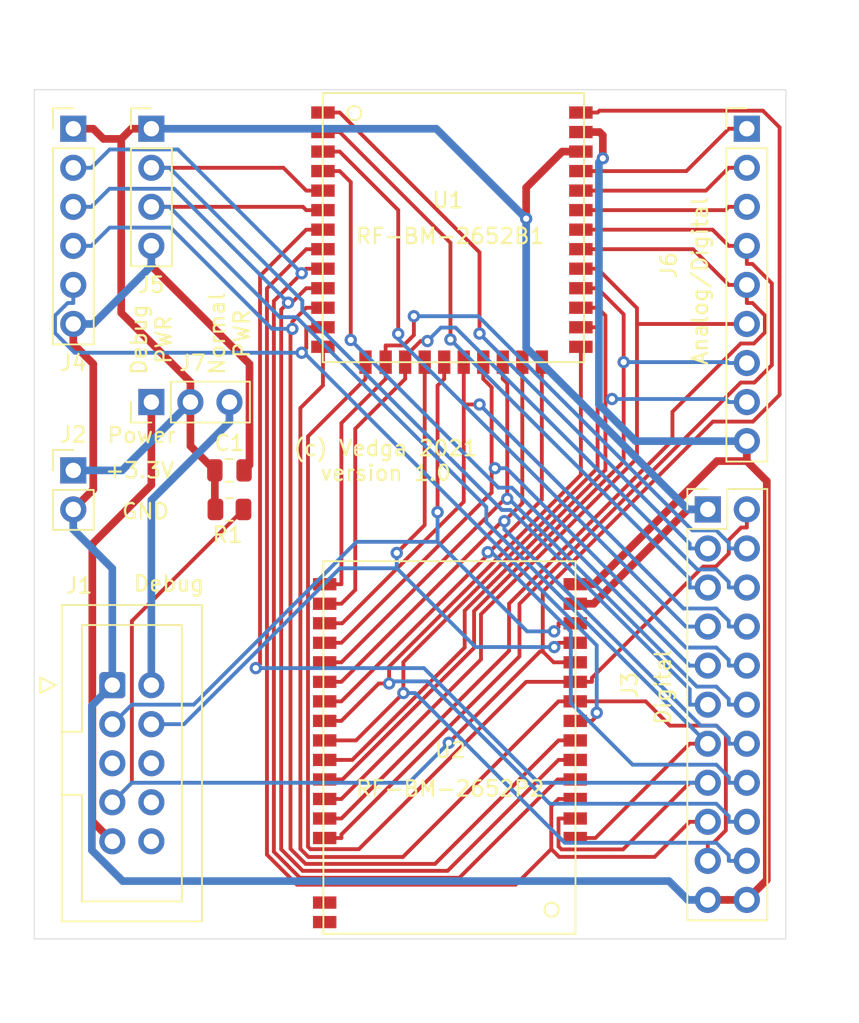
<source format=kicad_pcb>
(kicad_pcb (version 20171130) (host pcbnew "(5.1.9)-1")

  (general
    (thickness 1.6)
    (drawings 15)
    (tracks 496)
    (zones 0)
    (modules 11)
    (nets 45)
  )

  (page A4)
  (layers
    (0 F.Cu signal)
    (31 B.Cu signal)
    (32 B.Adhes user)
    (33 F.Adhes user)
    (34 B.Paste user)
    (35 F.Paste user)
    (36 B.SilkS user)
    (37 F.SilkS user)
    (38 B.Mask user)
    (39 F.Mask user)
    (40 Dwgs.User user)
    (41 Cmts.User user)
    (42 Eco1.User user)
    (43 Eco2.User user)
    (44 Edge.Cuts user)
    (45 Margin user)
    (46 B.CrtYd user)
    (47 F.CrtYd user)
    (48 B.Fab user)
    (49 F.Fab user)
  )

  (setup
    (last_trace_width 0.25)
    (trace_clearance 0.2)
    (zone_clearance 0.508)
    (zone_45_only no)
    (trace_min 0.2)
    (via_size 0.8)
    (via_drill 0.4)
    (via_min_size 0.4)
    (via_min_drill 0.3)
    (uvia_size 0.3)
    (uvia_drill 0.1)
    (uvias_allowed no)
    (uvia_min_size 0.2)
    (uvia_min_drill 0.1)
    (edge_width 0.05)
    (segment_width 0.2)
    (pcb_text_width 0.3)
    (pcb_text_size 1.5 1.5)
    (mod_edge_width 0.12)
    (mod_text_size 1 1)
    (mod_text_width 0.15)
    (pad_size 1.524 1.524)
    (pad_drill 0.762)
    (pad_to_mask_clearance 0)
    (aux_axis_origin 0 0)
    (visible_elements 7FFFFFFF)
    (pcbplotparams
      (layerselection 0x010f0_ffffffff)
      (usegerberextensions false)
      (usegerberattributes true)
      (usegerberadvancedattributes true)
      (creategerberjobfile true)
      (excludeedgelayer true)
      (linewidth 0.100000)
      (plotframeref false)
      (viasonmask false)
      (mode 1)
      (useauxorigin false)
      (hpglpennumber 1)
      (hpglpenspeed 20)
      (hpglpendiameter 15.000000)
      (psnegative false)
      (psa4output false)
      (plotreference true)
      (plotvalue false)
      (plotinvisibletext false)
      (padsonsilk false)
      (subtractmaskfromsilk false)
      (outputformat 1)
      (mirror false)
      (drillshape 0)
      (scaleselection 1)
      (outputdirectory "gerber/"))
  )

  (net 0 "")
  (net 1 +3V3)
  (net 2 GND)
  (net 3 /JTAG_TCKC)
  (net 4 "Net-(J1-Pad5)")
  (net 5 /~RESET)
  (net 6 /JTAG_TMSC)
  (net 7 "Net-(J1-Pad6)")
  (net 8 "Net-(J1-Pad8)")
  (net 9 "Net-(J1-Pad10)")
  (net 10 /DIO13)
  (net 11 /DIO0)
  (net 12 /DIO14)
  (net 13 /DIO1)
  (net 14 /DIO15)
  (net 15 /DIO2)
  (net 16 /JTAG_TDO)
  (net 17 /DIO3)
  (net 18 /JTAG_TDI)
  (net 19 /DIO4)
  (net 20 /DIO18)
  (net 21 /DIO5)
  (net 22 /DIO19)
  (net 23 /DIO6)
  (net 24 /DIO20)
  (net 25 /DIO7)
  (net 26 /DIO21)
  (net 27 /DIO12)
  (net 28 /DIO22)
  (net 29 /SPI_MISO)
  (net 30 /SPI_MOSI)
  (net 31 /SPI_SCLK)
  (net 32 /SPI_CS)
  (net 33 /DIO23)
  (net 34 /DIO24)
  (net 35 /DIO25)
  (net 36 /DIO26)
  (net 37 /DIO27)
  (net 38 /DIO28)
  (net 39 /DIO29)
  (net 40 /DIO30)
  (net 41 "Net-(U2-Pad29)")
  (net 42 "Net-(U2-Pad30)")
  (net 43 /DVCC)
  (net 44 /TVCC)

  (net_class Default "This is the default net class."
    (clearance 0.2)
    (trace_width 0.25)
    (via_dia 0.8)
    (via_drill 0.4)
    (uvia_dia 0.3)
    (uvia_drill 0.1)
    (add_net /DIO0)
    (add_net /DIO1)
    (add_net /DIO12)
    (add_net /DIO13)
    (add_net /DIO14)
    (add_net /DIO15)
    (add_net /DIO18)
    (add_net /DIO19)
    (add_net /DIO2)
    (add_net /DIO20)
    (add_net /DIO21)
    (add_net /DIO22)
    (add_net /DIO23)
    (add_net /DIO24)
    (add_net /DIO25)
    (add_net /DIO26)
    (add_net /DIO27)
    (add_net /DIO28)
    (add_net /DIO29)
    (add_net /DIO3)
    (add_net /DIO30)
    (add_net /DIO4)
    (add_net /DIO5)
    (add_net /DIO6)
    (add_net /DIO7)
    (add_net /JTAG_TCKC)
    (add_net /JTAG_TDI)
    (add_net /JTAG_TDO)
    (add_net /JTAG_TMSC)
    (add_net /SPI_CS)
    (add_net /SPI_MISO)
    (add_net /SPI_MOSI)
    (add_net /SPI_SCLK)
    (add_net /~RESET)
    (add_net "Net-(J1-Pad10)")
    (add_net "Net-(J1-Pad5)")
    (add_net "Net-(J1-Pad6)")
    (add_net "Net-(J1-Pad8)")
    (add_net "Net-(U2-Pad29)")
    (add_net "Net-(U2-Pad30)")
  )

  (net_class GND ""
    (clearance 0.2)
    (trace_width 0.5)
    (via_dia 0.8)
    (via_drill 0.4)
    (uvia_dia 0.3)
    (uvia_drill 0.1)
    (add_net GND)
  )

  (net_class POWER ""
    (clearance 0.2)
    (trace_width 0.5)
    (via_dia 0.8)
    (via_drill 0.4)
    (uvia_dia 0.3)
    (uvia_drill 0.1)
    (add_net +3V3)
    (add_net /DVCC)
    (add_net /TVCC)
  )

  (module Connector_PinHeader_2.54mm:PinHeader_1x09_P2.54mm_Vertical (layer F.Cu) (tedit 59FED5CC) (tstamp 60507900)
    (at 133.985 90.805)
    (descr "Through hole straight pin header, 1x09, 2.54mm pitch, single row")
    (tags "Through hole pin header THT 1x09 2.54mm single row")
    (path /6073CBFC)
    (fp_text reference J6 (at -5.08 8.89 90) (layer F.SilkS)
      (effects (font (size 1 1) (thickness 0.15)))
    )
    (fp_text value Conn_01x09 (at 0 22.65) (layer F.Fab)
      (effects (font (size 1 1) (thickness 0.15)))
    )
    (fp_line (start 1.8 -1.8) (end -1.8 -1.8) (layer F.CrtYd) (width 0.05))
    (fp_line (start 1.8 22.1) (end 1.8 -1.8) (layer F.CrtYd) (width 0.05))
    (fp_line (start -1.8 22.1) (end 1.8 22.1) (layer F.CrtYd) (width 0.05))
    (fp_line (start -1.8 -1.8) (end -1.8 22.1) (layer F.CrtYd) (width 0.05))
    (fp_line (start -1.33 -1.33) (end 0 -1.33) (layer F.SilkS) (width 0.12))
    (fp_line (start -1.33 0) (end -1.33 -1.33) (layer F.SilkS) (width 0.12))
    (fp_line (start -1.33 1.27) (end 1.33 1.27) (layer F.SilkS) (width 0.12))
    (fp_line (start 1.33 1.27) (end 1.33 21.65) (layer F.SilkS) (width 0.12))
    (fp_line (start -1.33 1.27) (end -1.33 21.65) (layer F.SilkS) (width 0.12))
    (fp_line (start -1.33 21.65) (end 1.33 21.65) (layer F.SilkS) (width 0.12))
    (fp_line (start -1.27 -0.635) (end -0.635 -1.27) (layer F.Fab) (width 0.1))
    (fp_line (start -1.27 21.59) (end -1.27 -0.635) (layer F.Fab) (width 0.1))
    (fp_line (start 1.27 21.59) (end -1.27 21.59) (layer F.Fab) (width 0.1))
    (fp_line (start 1.27 -1.27) (end 1.27 21.59) (layer F.Fab) (width 0.1))
    (fp_line (start -0.635 -1.27) (end 1.27 -1.27) (layer F.Fab) (width 0.1))
    (fp_text user %R (at 0 10.16 90) (layer F.Fab)
      (effects (font (size 1 1) (thickness 0.15)))
    )
    (pad 9 thru_hole oval (at 0 20.32) (size 1.7 1.7) (drill 1) (layers *.Cu *.Mask)
      (net 2 GND))
    (pad 8 thru_hole oval (at 0 17.78) (size 1.7 1.7) (drill 1) (layers *.Cu *.Mask)
      (net 33 /DIO23))
    (pad 7 thru_hole oval (at 0 15.24) (size 1.7 1.7) (drill 1) (layers *.Cu *.Mask)
      (net 34 /DIO24))
    (pad 6 thru_hole oval (at 0 12.7) (size 1.7 1.7) (drill 1) (layers *.Cu *.Mask)
      (net 35 /DIO25))
    (pad 5 thru_hole oval (at 0 10.16) (size 1.7 1.7) (drill 1) (layers *.Cu *.Mask)
      (net 36 /DIO26))
    (pad 4 thru_hole oval (at 0 7.62) (size 1.7 1.7) (drill 1) (layers *.Cu *.Mask)
      (net 37 /DIO27))
    (pad 3 thru_hole oval (at 0 5.08) (size 1.7 1.7) (drill 1) (layers *.Cu *.Mask)
      (net 38 /DIO28))
    (pad 2 thru_hole oval (at 0 2.54) (size 1.7 1.7) (drill 1) (layers *.Cu *.Mask)
      (net 39 /DIO29))
    (pad 1 thru_hole rect (at 0 0) (size 1.7 1.7) (drill 1) (layers *.Cu *.Mask)
      (net 40 /DIO30))
    (model ${KISYS3DMOD}/Connector_PinHeader_2.54mm.3dshapes/PinHeader_1x09_P2.54mm_Vertical.wrl
      (at (xyz 0 0 0))
      (scale (xyz 1 1 1))
      (rotate (xyz 0 0 0))
    )
  )

  (module Connector_PinHeader_2.54mm:PinHeader_1x03_P2.54mm_Vertical (layer F.Cu) (tedit 59FED5CC) (tstamp 60506D61)
    (at 95.25 108.585 90)
    (descr "Through hole straight pin header, 1x03, 2.54mm pitch, single row")
    (tags "Through hole pin header THT 1x03 2.54mm single row")
    (path /60710CC2)
    (fp_text reference J7 (at 2.54 2.667 180) (layer F.SilkS)
      (effects (font (size 1 1) (thickness 0.15)))
    )
    (fp_text value Conn_01x03 (at 0 7.41 90) (layer F.Fab)
      (effects (font (size 1 1) (thickness 0.15)))
    )
    (fp_line (start 1.8 -1.8) (end -1.8 -1.8) (layer F.CrtYd) (width 0.05))
    (fp_line (start 1.8 6.85) (end 1.8 -1.8) (layer F.CrtYd) (width 0.05))
    (fp_line (start -1.8 6.85) (end 1.8 6.85) (layer F.CrtYd) (width 0.05))
    (fp_line (start -1.8 -1.8) (end -1.8 6.85) (layer F.CrtYd) (width 0.05))
    (fp_line (start -1.33 -1.33) (end 0 -1.33) (layer F.SilkS) (width 0.12))
    (fp_line (start -1.33 0) (end -1.33 -1.33) (layer F.SilkS) (width 0.12))
    (fp_line (start -1.33 1.27) (end 1.33 1.27) (layer F.SilkS) (width 0.12))
    (fp_line (start 1.33 1.27) (end 1.33 6.41) (layer F.SilkS) (width 0.12))
    (fp_line (start -1.33 1.27) (end -1.33 6.41) (layer F.SilkS) (width 0.12))
    (fp_line (start -1.33 6.41) (end 1.33 6.41) (layer F.SilkS) (width 0.12))
    (fp_line (start -1.27 -0.635) (end -0.635 -1.27) (layer F.Fab) (width 0.1))
    (fp_line (start -1.27 6.35) (end -1.27 -0.635) (layer F.Fab) (width 0.1))
    (fp_line (start 1.27 6.35) (end -1.27 6.35) (layer F.Fab) (width 0.1))
    (fp_line (start 1.27 -1.27) (end 1.27 6.35) (layer F.Fab) (width 0.1))
    (fp_line (start -0.635 -1.27) (end 1.27 -1.27) (layer F.Fab) (width 0.1))
    (fp_text user %R (at 0 2.54) (layer F.Fab)
      (effects (font (size 1 1) (thickness 0.15)))
    )
    (pad 3 thru_hole oval (at 0 5.08 90) (size 1.7 1.7) (drill 1) (layers *.Cu *.Mask)
      (net 44 /TVCC))
    (pad 2 thru_hole oval (at 0 2.54 90) (size 1.7 1.7) (drill 1) (layers *.Cu *.Mask)
      (net 1 +3V3))
    (pad 1 thru_hole rect (at 0 0 90) (size 1.7 1.7) (drill 1) (layers *.Cu *.Mask)
      (net 43 /DVCC))
    (model ${KISYS3DMOD}/Connector_PinHeader_2.54mm.3dshapes/PinHeader_1x03_P2.54mm_Vertical.wrl
      (at (xyz 0 0 0))
      (scale (xyz 1 1 1))
      (rotate (xyz 0 0 0))
    )
  )

  (module VedgaZigBee:RF-BM-2652B1 (layer F.Cu) (tedit 604FDC5F) (tstamp 60502D36)
    (at 114.3 101.6)
    (path /604F9C61)
    (fp_text reference U1 (at 0.24 -6.14) (layer F.SilkS)
      (effects (font (size 1 1) (thickness 0.15)))
    )
    (fp_text value RF-BM-2652B1 (at 0.24 1.48) (layer F.Fab)
      (effects (font (size 1 1) (thickness 0.15)))
    )
    (fp_circle (center -5.842 -11.811) (end -6.223 -12.065) (layer F.SilkS) (width 0.12))
    (fp_line (start 9.095 -13.12) (end -7.905 -13.12) (layer F.Fab) (width 0.12))
    (fp_line (start 9.095 -19.11) (end 9.095 4.39) (layer F.Fab) (width 0.12))
    (fp_line (start -7.905 4.39) (end 9.095 4.39) (layer F.Fab) (width 0.12))
    (fp_line (start -7.9121 -19.11) (end -7.9121 4.39) (layer F.Fab) (width 0.12))
    (fp_line (start -7.905 -19.11) (end 9.095 -19.11) (layer F.Fab) (width 0.12))
    (fp_line (start 9.095 -13.12) (end 9.095 4.39) (layer F.SilkS) (width 0.12))
    (fp_line (start -7.905 -13.12) (end -7.905 4.39) (layer F.SilkS) (width 0.12))
    (fp_line (start -7.905 4.39) (end 9.095 4.39) (layer F.SilkS) (width 0.12))
    (fp_line (start 9.095 -13.12) (end -7.905 -13.12) (layer F.SilkS) (width 0.12))
    (fp_text user "Radio transparency" (at 0.381 -16.002) (layer F.Fab)
      (effects (font (size 1 1) (thickness 0.15)))
    )
    (fp_text user "PCB ANT" (at 0 -17.907) (layer F.Fab)
      (effects (font (size 1 1) (thickness 0.15)))
    )
    (pad 23 smd rect (at 6.35 4.39 90) (size 1.524 0.8) (layers F.Cu F.Paste F.Mask)
      (net 24 /DIO20))
    (pad 22 smd rect (at 5.08 4.39 90) (size 1.524 0.8) (layers F.Cu F.Paste F.Mask)
      (net 22 /DIO19))
    (pad 21 smd rect (at 3.81 4.39 90) (size 1.524 0.8) (layers F.Cu F.Paste F.Mask)
      (net 20 /DIO18))
    (pad 20 smd rect (at 2.54 4.39 90) (size 1.524 0.8) (layers F.Cu F.Paste F.Mask)
      (net 18 /JTAG_TDI))
    (pad 19 smd rect (at 1.27 4.39 90) (size 1.524 0.8) (layers F.Cu F.Paste F.Mask)
      (net 16 /JTAG_TDO))
    (pad 18 smd rect (at 0 4.39 90) (size 1.524 0.8) (layers F.Cu F.Paste F.Mask)
      (net 3 /JTAG_TCKC))
    (pad 17 smd rect (at -1.27 4.39 90) (size 1.524 0.8) (layers F.Cu F.Paste F.Mask)
      (net 6 /JTAG_TMSC))
    (pad 16 smd rect (at -2.54 4.39 90) (size 1.524 0.8) (layers F.Cu F.Paste F.Mask)
      (net 14 /DIO15))
    (pad 15 smd rect (at -3.81 4.39 90) (size 1.524 0.8) (layers F.Cu F.Paste F.Mask)
      (net 12 /DIO14))
    (pad 24 smd rect (at 8.89 3.39) (size 1.524 0.8) (layers F.Cu F.Paste F.Mask)
      (net 26 /DIO21))
    (pad 25 smd rect (at 8.89 2.12) (size 1.524 0.8) (layers F.Cu F.Paste F.Mask)
      (net 28 /DIO22))
    (pad 26 smd rect (at 8.89 0.85) (size 1.524 0.8) (layers F.Cu F.Paste F.Mask)
      (net 33 /DIO23))
    (pad 27 smd rect (at 8.89 -0.42) (size 1.524 0.8) (layers F.Cu F.Paste F.Mask)
      (net 34 /DIO24))
    (pad 28 smd rect (at 8.89 -1.69) (size 1.524 0.8) (layers F.Cu F.Paste F.Mask)
      (net 35 /DIO25))
    (pad 29 smd rect (at 8.89 -2.96) (size 1.524 0.8) (layers F.Cu F.Paste F.Mask)
      (net 36 /DIO26))
    (pad 30 smd rect (at 8.89 -4.23) (size 1.524 0.8) (layers F.Cu F.Paste F.Mask)
      (net 37 /DIO27))
    (pad 31 smd rect (at 8.89 -5.5) (size 1.524 0.8) (layers F.Cu F.Paste F.Mask)
      (net 38 /DIO28))
    (pad 32 smd rect (at 8.89 -6.77) (size 1.524 0.8) (layers F.Cu F.Paste F.Mask)
      (net 39 /DIO29))
    (pad 33 smd rect (at 8.89 -8.04) (size 1.524 0.8) (layers F.Cu F.Paste F.Mask)
      (net 40 /DIO30))
    (pad 34 smd rect (at 8.89 -9.31) (size 1.524 0.8) (layers F.Cu F.Paste F.Mask)
      (net 1 +3V3))
    (pad 35 smd rect (at 8.89 -10.58) (size 1.524 0.8) (layers F.Cu F.Paste F.Mask)
      (net 2 GND))
    (pad 36 smd rect (at 8.89 -11.85) (size 1.524 0.8) (layers F.Cu F.Paste F.Mask)
      (net 5 /~RESET))
    (pad 14 smd rect (at -5.1221 4.39 90) (size 1.524 0.8) (layers F.Cu F.Paste F.Mask)
      (net 10 /DIO13))
    (pad 13 smd rect (at -7.888 3.39) (size 1.524 0.8) (layers F.Cu F.Paste F.Mask)
      (net 27 /DIO12))
    (pad 12 smd rect (at -7.888 2.12) (size 1.524 0.8) (layers F.Cu F.Paste F.Mask)
      (net 32 /SPI_CS))
    (pad 11 smd rect (at -7.888 0.85) (size 1.524 0.8) (layers F.Cu F.Paste F.Mask)
      (net 31 /SPI_SCLK))
    (pad 10 smd rect (at -7.888 -0.42) (size 1.524 0.8) (layers F.Cu F.Paste F.Mask)
      (net 30 /SPI_MOSI))
    (pad 9 smd rect (at -7.888 -1.69) (size 1.524 0.8) (layers F.Cu F.Paste F.Mask)
      (net 29 /SPI_MISO))
    (pad 8 smd rect (at -7.888 -2.96) (size 1.524 0.8) (layers F.Cu F.Paste F.Mask)
      (net 25 /DIO7))
    (pad 7 smd rect (at -7.888 -4.23) (size 1.524 0.8) (layers F.Cu F.Paste F.Mask)
      (net 23 /DIO6))
    (pad 6 smd rect (at -7.888 -5.5) (size 1.524 0.8) (layers F.Cu F.Paste F.Mask)
      (net 21 /DIO5))
    (pad 5 smd rect (at -7.888 -6.77) (size 1.524 0.8) (layers F.Cu F.Paste F.Mask)
      (net 19 /DIO4))
    (pad 4 smd rect (at -7.888 -8.04) (size 1.524 0.8) (layers F.Cu F.Paste F.Mask)
      (net 17 /DIO3))
    (pad 3 smd rect (at -7.888 -9.31) (size 1.524 0.8) (layers F.Cu F.Paste F.Mask)
      (net 15 /DIO2))
    (pad 2 smd rect (at -7.888 -10.58) (size 1.524 0.8) (layers F.Cu F.Paste F.Mask)
      (net 13 /DIO1))
    (pad 1 smd rect (at -7.888 -11.85) (size 1.524 0.8) (layers F.Cu F.Paste F.Mask)
      (net 11 /DIO0))
  )

  (module Capacitor_SMD:C_0805_2012Metric (layer F.Cu) (tedit 5F68FEEE) (tstamp 60502AFA)
    (at 100.33 113.03)
    (descr "Capacitor SMD 0805 (2012 Metric), square (rectangular) end terminal, IPC_7351 nominal, (Body size source: IPC-SM-782 page 76, https://www.pcb-3d.com/wordpress/wp-content/uploads/ipc-sm-782a_amendment_1_and_2.pdf, https://docs.google.com/spreadsheets/d/1BsfQQcO9C6DZCsRaXUlFlo91Tg2WpOkGARC1WS5S8t0/edit?usp=sharing), generated with kicad-footprint-generator")
    (tags capacitor)
    (path /6069CF4D)
    (attr smd)
    (fp_text reference C1 (at 0 -1.778) (layer F.SilkS)
      (effects (font (size 1 1) (thickness 0.15)))
    )
    (fp_text value C (at -2.54 0) (layer F.Fab)
      (effects (font (size 1 1) (thickness 0.15)))
    )
    (fp_line (start -1 0.625) (end -1 -0.625) (layer F.Fab) (width 0.1))
    (fp_line (start -1 -0.625) (end 1 -0.625) (layer F.Fab) (width 0.1))
    (fp_line (start 1 -0.625) (end 1 0.625) (layer F.Fab) (width 0.1))
    (fp_line (start 1 0.625) (end -1 0.625) (layer F.Fab) (width 0.1))
    (fp_line (start -0.261252 -0.735) (end 0.261252 -0.735) (layer F.SilkS) (width 0.12))
    (fp_line (start -0.261252 0.735) (end 0.261252 0.735) (layer F.SilkS) (width 0.12))
    (fp_line (start -1.7 0.98) (end -1.7 -0.98) (layer F.CrtYd) (width 0.05))
    (fp_line (start -1.7 -0.98) (end 1.7 -0.98) (layer F.CrtYd) (width 0.05))
    (fp_line (start 1.7 -0.98) (end 1.7 0.98) (layer F.CrtYd) (width 0.05))
    (fp_line (start 1.7 0.98) (end -1.7 0.98) (layer F.CrtYd) (width 0.05))
    (fp_text user %R (at 0 0) (layer F.Fab)
      (effects (font (size 0.5 0.5) (thickness 0.08)))
    )
    (pad 1 smd roundrect (at -0.95 0) (size 1 1.45) (layers F.Cu F.Paste F.Mask) (roundrect_rratio 0.25)
      (net 1 +3V3))
    (pad 2 smd roundrect (at 0.95 0) (size 1 1.45) (layers F.Cu F.Paste F.Mask) (roundrect_rratio 0.25)
      (net 2 GND))
    (model ${KISYS3DMOD}/Capacitor_SMD.3dshapes/C_0805_2012Metric.wrl
      (at (xyz 0 0 0))
      (scale (xyz 1 1 1))
      (rotate (xyz 0 0 0))
    )
  )

  (module Connector_IDC:IDC-Header_2x05_P2.54mm_Vertical (layer F.Cu) (tedit 5EAC9A07) (tstamp 605023F6)
    (at 92.71 127)
    (descr "Through hole IDC box header, 2x05, 2.54mm pitch, DIN 41651 / IEC 60603-13, double rows, https://docs.google.com/spreadsheets/d/16SsEcesNF15N3Lb4niX7dcUr-NY5_MFPQhobNuNppn4/edit#gid=0")
    (tags "Through hole vertical IDC box header THT 2x05 2.54mm double row")
    (path /605586EC)
    (fp_text reference J1 (at -2.159 -6.477) (layer F.SilkS)
      (effects (font (size 1 1) (thickness 0.15)))
    )
    (fp_text value Conn_02x05_Odd_Even (at 1.27 16.26) (layer F.Fab)
      (effects (font (size 1 1) (thickness 0.15)))
    )
    (fp_line (start -3.18 -4.1) (end -2.18 -5.1) (layer F.Fab) (width 0.1))
    (fp_line (start -2.18 -5.1) (end 5.72 -5.1) (layer F.Fab) (width 0.1))
    (fp_line (start 5.72 -5.1) (end 5.72 15.26) (layer F.Fab) (width 0.1))
    (fp_line (start 5.72 15.26) (end -3.18 15.26) (layer F.Fab) (width 0.1))
    (fp_line (start -3.18 15.26) (end -3.18 -4.1) (layer F.Fab) (width 0.1))
    (fp_line (start -3.18 3.03) (end -1.98 3.03) (layer F.Fab) (width 0.1))
    (fp_line (start -1.98 3.03) (end -1.98 -3.91) (layer F.Fab) (width 0.1))
    (fp_line (start -1.98 -3.91) (end 4.52 -3.91) (layer F.Fab) (width 0.1))
    (fp_line (start 4.52 -3.91) (end 4.52 14.07) (layer F.Fab) (width 0.1))
    (fp_line (start 4.52 14.07) (end -1.98 14.07) (layer F.Fab) (width 0.1))
    (fp_line (start -1.98 14.07) (end -1.98 7.13) (layer F.Fab) (width 0.1))
    (fp_line (start -1.98 7.13) (end -1.98 7.13) (layer F.Fab) (width 0.1))
    (fp_line (start -1.98 7.13) (end -3.18 7.13) (layer F.Fab) (width 0.1))
    (fp_line (start -3.29 -5.21) (end 5.83 -5.21) (layer F.SilkS) (width 0.12))
    (fp_line (start 5.83 -5.21) (end 5.83 15.37) (layer F.SilkS) (width 0.12))
    (fp_line (start 5.83 15.37) (end -3.29 15.37) (layer F.SilkS) (width 0.12))
    (fp_line (start -3.29 15.37) (end -3.29 -5.21) (layer F.SilkS) (width 0.12))
    (fp_line (start -3.29 3.03) (end -1.98 3.03) (layer F.SilkS) (width 0.12))
    (fp_line (start -1.98 3.03) (end -1.98 -3.91) (layer F.SilkS) (width 0.12))
    (fp_line (start -1.98 -3.91) (end 4.52 -3.91) (layer F.SilkS) (width 0.12))
    (fp_line (start 4.52 -3.91) (end 4.52 14.07) (layer F.SilkS) (width 0.12))
    (fp_line (start 4.52 14.07) (end -1.98 14.07) (layer F.SilkS) (width 0.12))
    (fp_line (start -1.98 14.07) (end -1.98 7.13) (layer F.SilkS) (width 0.12))
    (fp_line (start -1.98 7.13) (end -1.98 7.13) (layer F.SilkS) (width 0.12))
    (fp_line (start -1.98 7.13) (end -3.29 7.13) (layer F.SilkS) (width 0.12))
    (fp_line (start -3.68 0) (end -4.68 -0.5) (layer F.SilkS) (width 0.12))
    (fp_line (start -4.68 -0.5) (end -4.68 0.5) (layer F.SilkS) (width 0.12))
    (fp_line (start -4.68 0.5) (end -3.68 0) (layer F.SilkS) (width 0.12))
    (fp_line (start -3.68 -5.6) (end -3.68 15.76) (layer F.CrtYd) (width 0.05))
    (fp_line (start -3.68 15.76) (end 6.22 15.76) (layer F.CrtYd) (width 0.05))
    (fp_line (start 6.22 15.76) (end 6.22 -5.6) (layer F.CrtYd) (width 0.05))
    (fp_line (start 6.22 -5.6) (end -3.68 -5.6) (layer F.CrtYd) (width 0.05))
    (fp_text user %R (at 1.27 5.08 90) (layer F.Fab)
      (effects (font (size 1 1) (thickness 0.15)))
    )
    (pad 1 thru_hole roundrect (at 0 0) (size 1.7 1.7) (drill 1) (layers *.Cu *.Mask) (roundrect_rratio 0.1470588235294118)
      (net 2 GND))
    (pad 3 thru_hole circle (at 0 2.54) (size 1.7 1.7) (drill 1) (layers *.Cu *.Mask)
      (net 3 /JTAG_TCKC))
    (pad 5 thru_hole circle (at 0 5.08) (size 1.7 1.7) (drill 1) (layers *.Cu *.Mask)
      (net 4 "Net-(J1-Pad5)"))
    (pad 7 thru_hole circle (at 0 7.62) (size 1.7 1.7) (drill 1) (layers *.Cu *.Mask)
      (net 5 /~RESET))
    (pad 9 thru_hole circle (at 0 10.16) (size 1.7 1.7) (drill 1) (layers *.Cu *.Mask)
      (net 43 /DVCC))
    (pad 2 thru_hole circle (at 2.54 0) (size 1.7 1.7) (drill 1) (layers *.Cu *.Mask)
      (net 44 /TVCC))
    (pad 4 thru_hole circle (at 2.54 2.54) (size 1.7 1.7) (drill 1) (layers *.Cu *.Mask)
      (net 6 /JTAG_TMSC))
    (pad 6 thru_hole circle (at 2.54 5.08) (size 1.7 1.7) (drill 1) (layers *.Cu *.Mask)
      (net 7 "Net-(J1-Pad6)"))
    (pad 8 thru_hole circle (at 2.54 7.62) (size 1.7 1.7) (drill 1) (layers *.Cu *.Mask)
      (net 8 "Net-(J1-Pad8)"))
    (pad 10 thru_hole circle (at 2.54 10.16) (size 1.7 1.7) (drill 1) (layers *.Cu *.Mask)
      (net 9 "Net-(J1-Pad10)"))
    (model ${KISYS3DMOD}/Connector_IDC.3dshapes/IDC-Header_2x05_P2.54mm_Vertical.wrl
      (at (xyz 0 0 0))
      (scale (xyz 1 1 1))
      (rotate (xyz 0 0 0))
    )
  )

  (module Connector_PinHeader_2.54mm:PinHeader_1x02_P2.54mm_Vertical (layer F.Cu) (tedit 59FED5CC) (tstamp 60504D50)
    (at 90.17 113.03)
    (descr "Through hole straight pin header, 1x02, 2.54mm pitch, single row")
    (tags "Through hole pin header THT 1x02 2.54mm single row")
    (path /6053ACF4)
    (fp_text reference J2 (at 0 -2.33) (layer F.SilkS)
      (effects (font (size 1 1) (thickness 0.15)))
    )
    (fp_text value Conn_01x02 (at 0 4.87) (layer F.Fab)
      (effects (font (size 1 1) (thickness 0.15)))
    )
    (fp_line (start -0.635 -1.27) (end 1.27 -1.27) (layer F.Fab) (width 0.1))
    (fp_line (start 1.27 -1.27) (end 1.27 3.81) (layer F.Fab) (width 0.1))
    (fp_line (start 1.27 3.81) (end -1.27 3.81) (layer F.Fab) (width 0.1))
    (fp_line (start -1.27 3.81) (end -1.27 -0.635) (layer F.Fab) (width 0.1))
    (fp_line (start -1.27 -0.635) (end -0.635 -1.27) (layer F.Fab) (width 0.1))
    (fp_line (start -1.33 3.87) (end 1.33 3.87) (layer F.SilkS) (width 0.12))
    (fp_line (start -1.33 1.27) (end -1.33 3.87) (layer F.SilkS) (width 0.12))
    (fp_line (start 1.33 1.27) (end 1.33 3.87) (layer F.SilkS) (width 0.12))
    (fp_line (start -1.33 1.27) (end 1.33 1.27) (layer F.SilkS) (width 0.12))
    (fp_line (start -1.33 0) (end -1.33 -1.33) (layer F.SilkS) (width 0.12))
    (fp_line (start -1.33 -1.33) (end 0 -1.33) (layer F.SilkS) (width 0.12))
    (fp_line (start -1.8 -1.8) (end -1.8 4.35) (layer F.CrtYd) (width 0.05))
    (fp_line (start -1.8 4.35) (end 1.8 4.35) (layer F.CrtYd) (width 0.05))
    (fp_line (start 1.8 4.35) (end 1.8 -1.8) (layer F.CrtYd) (width 0.05))
    (fp_line (start 1.8 -1.8) (end -1.8 -1.8) (layer F.CrtYd) (width 0.05))
    (fp_text user %R (at 0 1.27 90) (layer F.Fab)
      (effects (font (size 1 1) (thickness 0.15)))
    )
    (pad 1 thru_hole rect (at 0 0) (size 1.7 1.7) (drill 1) (layers *.Cu *.Mask)
      (net 1 +3V3))
    (pad 2 thru_hole oval (at 0 2.54) (size 1.7 1.7) (drill 1) (layers *.Cu *.Mask)
      (net 2 GND))
    (model ${KISYS3DMOD}/Connector_PinHeader_2.54mm.3dshapes/PinHeader_1x02_P2.54mm_Vertical.wrl
      (at (xyz 0 0 0))
      (scale (xyz 1 1 1))
      (rotate (xyz 0 0 0))
    )
  )

  (module Connector_PinHeader_2.54mm:PinHeader_2x11_P2.54mm_Vertical (layer F.Cu) (tedit 59FED5CC) (tstamp 60502438)
    (at 131.445 115.57)
    (descr "Through hole straight pin header, 2x11, 2.54mm pitch, double rows")
    (tags "Through hole pin header THT 2x11 2.54mm double row")
    (path /60682FE2)
    (fp_text reference J3 (at -5.08 11.43 90) (layer F.SilkS)
      (effects (font (size 1 1) (thickness 0.15)))
    )
    (fp_text value Conn_02x11_Odd_Even (at 1.27 27.73) (layer F.Fab)
      (effects (font (size 1 1) (thickness 0.15)))
    )
    (fp_line (start 0 -1.27) (end 3.81 -1.27) (layer F.Fab) (width 0.1))
    (fp_line (start 3.81 -1.27) (end 3.81 26.67) (layer F.Fab) (width 0.1))
    (fp_line (start 3.81 26.67) (end -1.27 26.67) (layer F.Fab) (width 0.1))
    (fp_line (start -1.27 26.67) (end -1.27 0) (layer F.Fab) (width 0.1))
    (fp_line (start -1.27 0) (end 0 -1.27) (layer F.Fab) (width 0.1))
    (fp_line (start -1.33 26.73) (end 3.87 26.73) (layer F.SilkS) (width 0.12))
    (fp_line (start -1.33 1.27) (end -1.33 26.73) (layer F.SilkS) (width 0.12))
    (fp_line (start 3.87 -1.33) (end 3.87 26.73) (layer F.SilkS) (width 0.12))
    (fp_line (start -1.33 1.27) (end 1.27 1.27) (layer F.SilkS) (width 0.12))
    (fp_line (start 1.27 1.27) (end 1.27 -1.33) (layer F.SilkS) (width 0.12))
    (fp_line (start 1.27 -1.33) (end 3.87 -1.33) (layer F.SilkS) (width 0.12))
    (fp_line (start -1.33 0) (end -1.33 -1.33) (layer F.SilkS) (width 0.12))
    (fp_line (start -1.33 -1.33) (end 0 -1.33) (layer F.SilkS) (width 0.12))
    (fp_line (start -1.8 -1.8) (end -1.8 27.2) (layer F.CrtYd) (width 0.05))
    (fp_line (start -1.8 27.2) (end 4.35 27.2) (layer F.CrtYd) (width 0.05))
    (fp_line (start 4.35 27.2) (end 4.35 -1.8) (layer F.CrtYd) (width 0.05))
    (fp_line (start 4.35 -1.8) (end -1.8 -1.8) (layer F.CrtYd) (width 0.05))
    (fp_text user %R (at 1.27 12.7 90) (layer F.Fab)
      (effects (font (size 1 1) (thickness 0.15)))
    )
    (pad 1 thru_hole rect (at 0 0) (size 1.7 1.7) (drill 1) (layers *.Cu *.Mask)
      (net 1 +3V3))
    (pad 2 thru_hole oval (at 2.54 0) (size 1.7 1.7) (drill 1) (layers *.Cu *.Mask)
      (net 10 /DIO13))
    (pad 3 thru_hole oval (at 0 2.54) (size 1.7 1.7) (drill 1) (layers *.Cu *.Mask)
      (net 11 /DIO0))
    (pad 4 thru_hole oval (at 2.54 2.54) (size 1.7 1.7) (drill 1) (layers *.Cu *.Mask)
      (net 12 /DIO14))
    (pad 5 thru_hole oval (at 0 5.08) (size 1.7 1.7) (drill 1) (layers *.Cu *.Mask)
      (net 13 /DIO1))
    (pad 6 thru_hole oval (at 2.54 5.08) (size 1.7 1.7) (drill 1) (layers *.Cu *.Mask)
      (net 14 /DIO15))
    (pad 7 thru_hole oval (at 0 7.62) (size 1.7 1.7) (drill 1) (layers *.Cu *.Mask)
      (net 15 /DIO2))
    (pad 8 thru_hole oval (at 2.54 7.62) (size 1.7 1.7) (drill 1) (layers *.Cu *.Mask)
      (net 16 /JTAG_TDO))
    (pad 9 thru_hole oval (at 0 10.16) (size 1.7 1.7) (drill 1) (layers *.Cu *.Mask)
      (net 17 /DIO3))
    (pad 10 thru_hole oval (at 2.54 10.16) (size 1.7 1.7) (drill 1) (layers *.Cu *.Mask)
      (net 18 /JTAG_TDI))
    (pad 11 thru_hole oval (at 0 12.7) (size 1.7 1.7) (drill 1) (layers *.Cu *.Mask)
      (net 19 /DIO4))
    (pad 12 thru_hole oval (at 2.54 12.7) (size 1.7 1.7) (drill 1) (layers *.Cu *.Mask)
      (net 20 /DIO18))
    (pad 13 thru_hole oval (at 0 15.24) (size 1.7 1.7) (drill 1) (layers *.Cu *.Mask)
      (net 21 /DIO5))
    (pad 14 thru_hole oval (at 2.54 15.24) (size 1.7 1.7) (drill 1) (layers *.Cu *.Mask)
      (net 22 /DIO19))
    (pad 15 thru_hole oval (at 0 17.78) (size 1.7 1.7) (drill 1) (layers *.Cu *.Mask)
      (net 23 /DIO6))
    (pad 16 thru_hole oval (at 2.54 17.78) (size 1.7 1.7) (drill 1) (layers *.Cu *.Mask)
      (net 24 /DIO20))
    (pad 17 thru_hole oval (at 0 20.32) (size 1.7 1.7) (drill 1) (layers *.Cu *.Mask)
      (net 25 /DIO7))
    (pad 18 thru_hole oval (at 2.54 20.32) (size 1.7 1.7) (drill 1) (layers *.Cu *.Mask)
      (net 26 /DIO21))
    (pad 19 thru_hole oval (at 0 22.86) (size 1.7 1.7) (drill 1) (layers *.Cu *.Mask)
      (net 27 /DIO12))
    (pad 20 thru_hole oval (at 2.54 22.86) (size 1.7 1.7) (drill 1) (layers *.Cu *.Mask)
      (net 28 /DIO22))
    (pad 21 thru_hole oval (at 0 25.4) (size 1.7 1.7) (drill 1) (layers *.Cu *.Mask)
      (net 2 GND))
    (pad 22 thru_hole oval (at 2.54 25.4) (size 1.7 1.7) (drill 1) (layers *.Cu *.Mask)
      (net 2 GND))
    (model ${KISYS3DMOD}/Connector_PinHeader_2.54mm.3dshapes/PinHeader_2x11_P2.54mm_Vertical.wrl
      (at (xyz 0 0 0))
      (scale (xyz 1 1 1))
      (rotate (xyz 0 0 0))
    )
  )

  (module Connector_PinHeader_2.54mm:PinHeader_1x06_P2.54mm_Vertical (layer F.Cu) (tedit 59FED5CC) (tstamp 605040A0)
    (at 90.17 90.805)
    (descr "Through hole straight pin header, 1x06, 2.54mm pitch, single row")
    (tags "Through hole pin header THT 1x06 2.54mm single row")
    (path /605ED33B)
    (fp_text reference J4 (at 0 15.24) (layer F.SilkS)
      (effects (font (size 1 1) (thickness 0.15)))
    )
    (fp_text value Conn_01x06 (at 0 15.03) (layer F.Fab)
      (effects (font (size 1 1) (thickness 0.15)))
    )
    (fp_line (start -0.635 -1.27) (end 1.27 -1.27) (layer F.Fab) (width 0.1))
    (fp_line (start 1.27 -1.27) (end 1.27 13.97) (layer F.Fab) (width 0.1))
    (fp_line (start 1.27 13.97) (end -1.27 13.97) (layer F.Fab) (width 0.1))
    (fp_line (start -1.27 13.97) (end -1.27 -0.635) (layer F.Fab) (width 0.1))
    (fp_line (start -1.27 -0.635) (end -0.635 -1.27) (layer F.Fab) (width 0.1))
    (fp_line (start -1.33 14.03) (end 1.33 14.03) (layer F.SilkS) (width 0.12))
    (fp_line (start -1.33 1.27) (end -1.33 14.03) (layer F.SilkS) (width 0.12))
    (fp_line (start 1.33 1.27) (end 1.33 14.03) (layer F.SilkS) (width 0.12))
    (fp_line (start -1.33 1.27) (end 1.33 1.27) (layer F.SilkS) (width 0.12))
    (fp_line (start -1.33 0) (end -1.33 -1.33) (layer F.SilkS) (width 0.12))
    (fp_line (start -1.33 -1.33) (end 0 -1.33) (layer F.SilkS) (width 0.12))
    (fp_line (start -1.8 -1.8) (end -1.8 14.5) (layer F.CrtYd) (width 0.05))
    (fp_line (start -1.8 14.5) (end 1.8 14.5) (layer F.CrtYd) (width 0.05))
    (fp_line (start 1.8 14.5) (end 1.8 -1.8) (layer F.CrtYd) (width 0.05))
    (fp_line (start 1.8 -1.8) (end -1.8 -1.8) (layer F.CrtYd) (width 0.05))
    (fp_text user %R (at 0 6.35 90) (layer F.Fab)
      (effects (font (size 1 1) (thickness 0.15)))
    )
    (pad 1 thru_hole rect (at 0 0) (size 1.7 1.7) (drill 1) (layers *.Cu *.Mask)
      (net 1 +3V3))
    (pad 2 thru_hole oval (at 0 2.54) (size 1.7 1.7) (drill 1) (layers *.Cu *.Mask)
      (net 29 /SPI_MISO))
    (pad 3 thru_hole oval (at 0 5.08) (size 1.7 1.7) (drill 1) (layers *.Cu *.Mask)
      (net 30 /SPI_MOSI))
    (pad 4 thru_hole oval (at 0 7.62) (size 1.7 1.7) (drill 1) (layers *.Cu *.Mask)
      (net 31 /SPI_SCLK))
    (pad 5 thru_hole oval (at 0 10.16) (size 1.7 1.7) (drill 1) (layers *.Cu *.Mask)
      (net 32 /SPI_CS))
    (pad 6 thru_hole oval (at 0 12.7) (size 1.7 1.7) (drill 1) (layers *.Cu *.Mask)
      (net 2 GND))
    (model ${KISYS3DMOD}/Connector_PinHeader_2.54mm.3dshapes/PinHeader_1x06_P2.54mm_Vertical.wrl
      (at (xyz 0 0 0))
      (scale (xyz 1 1 1))
      (rotate (xyz 0 0 0))
    )
  )

  (module Connector_PinHeader_2.54mm:PinHeader_1x04_P2.54mm_Vertical (layer F.Cu) (tedit 59FED5CC) (tstamp 60502F6C)
    (at 95.25 90.805)
    (descr "Through hole straight pin header, 1x04, 2.54mm pitch, single row")
    (tags "Through hole pin header THT 1x04 2.54mm single row")
    (path /605DD9A9)
    (fp_text reference J5 (at 0 10.16) (layer F.SilkS)
      (effects (font (size 1 1) (thickness 0.15)))
    )
    (fp_text value Conn_01x04 (at 0 9.95) (layer F.Fab)
      (effects (font (size 1 1) (thickness 0.15)))
    )
    (fp_line (start -0.635 -1.27) (end 1.27 -1.27) (layer F.Fab) (width 0.1))
    (fp_line (start 1.27 -1.27) (end 1.27 8.89) (layer F.Fab) (width 0.1))
    (fp_line (start 1.27 8.89) (end -1.27 8.89) (layer F.Fab) (width 0.1))
    (fp_line (start -1.27 8.89) (end -1.27 -0.635) (layer F.Fab) (width 0.1))
    (fp_line (start -1.27 -0.635) (end -0.635 -1.27) (layer F.Fab) (width 0.1))
    (fp_line (start -1.33 8.95) (end 1.33 8.95) (layer F.SilkS) (width 0.12))
    (fp_line (start -1.33 1.27) (end -1.33 8.95) (layer F.SilkS) (width 0.12))
    (fp_line (start 1.33 1.27) (end 1.33 8.95) (layer F.SilkS) (width 0.12))
    (fp_line (start -1.33 1.27) (end 1.33 1.27) (layer F.SilkS) (width 0.12))
    (fp_line (start -1.33 0) (end -1.33 -1.33) (layer F.SilkS) (width 0.12))
    (fp_line (start -1.33 -1.33) (end 0 -1.33) (layer F.SilkS) (width 0.12))
    (fp_line (start -1.8 -1.8) (end -1.8 9.4) (layer F.CrtYd) (width 0.05))
    (fp_line (start -1.8 9.4) (end 1.8 9.4) (layer F.CrtYd) (width 0.05))
    (fp_line (start 1.8 9.4) (end 1.8 -1.8) (layer F.CrtYd) (width 0.05))
    (fp_line (start 1.8 -1.8) (end -1.8 -1.8) (layer F.CrtYd) (width 0.05))
    (fp_text user %R (at 0 3.81 90) (layer F.Fab)
      (effects (font (size 1 1) (thickness 0.15)))
    )
    (pad 1 thru_hole rect (at 0 0) (size 1.7 1.7) (drill 1) (layers *.Cu *.Mask)
      (net 1 +3V3))
    (pad 2 thru_hole oval (at 0 2.54) (size 1.7 1.7) (drill 1) (layers *.Cu *.Mask)
      (net 19 /DIO4))
    (pad 3 thru_hole oval (at 0 5.08) (size 1.7 1.7) (drill 1) (layers *.Cu *.Mask)
      (net 21 /DIO5))
    (pad 4 thru_hole oval (at 0 7.62) (size 1.7 1.7) (drill 1) (layers *.Cu *.Mask)
      (net 2 GND))
    (model ${KISYS3DMOD}/Connector_PinHeader_2.54mm.3dshapes/PinHeader_1x04_P2.54mm_Vertical.wrl
      (at (xyz 0 0 0))
      (scale (xyz 1 1 1))
      (rotate (xyz 0 0 0))
    )
  )

  (module Resistor_SMD:R_0805_2012Metric (layer F.Cu) (tedit 5F68FEEE) (tstamp 60503587)
    (at 100.33 115.57)
    (descr "Resistor SMD 0805 (2012 Metric), square (rectangular) end terminal, IPC_7351 nominal, (Body size source: IPC-SM-782 page 72, https://www.pcb-3d.com/wordpress/wp-content/uploads/ipc-sm-782a_amendment_1_and_2.pdf), generated with kicad-footprint-generator")
    (tags resistor)
    (path /6069C239)
    (attr smd)
    (fp_text reference R1 (at -0.127 1.651) (layer F.SilkS)
      (effects (font (size 1 1) (thickness 0.15)))
    )
    (fp_text value R (at 2.54 0) (layer F.Fab)
      (effects (font (size 1 1) (thickness 0.15)))
    )
    (fp_line (start -1 0.625) (end -1 -0.625) (layer F.Fab) (width 0.1))
    (fp_line (start -1 -0.625) (end 1 -0.625) (layer F.Fab) (width 0.1))
    (fp_line (start 1 -0.625) (end 1 0.625) (layer F.Fab) (width 0.1))
    (fp_line (start 1 0.625) (end -1 0.625) (layer F.Fab) (width 0.1))
    (fp_line (start -0.227064 -0.735) (end 0.227064 -0.735) (layer F.SilkS) (width 0.12))
    (fp_line (start -0.227064 0.735) (end 0.227064 0.735) (layer F.SilkS) (width 0.12))
    (fp_line (start -1.68 0.95) (end -1.68 -0.95) (layer F.CrtYd) (width 0.05))
    (fp_line (start -1.68 -0.95) (end 1.68 -0.95) (layer F.CrtYd) (width 0.05))
    (fp_line (start 1.68 -0.95) (end 1.68 0.95) (layer F.CrtYd) (width 0.05))
    (fp_line (start 1.68 0.95) (end -1.68 0.95) (layer F.CrtYd) (width 0.05))
    (fp_text user %R (at 0 0 180) (layer F.Fab)
      (effects (font (size 0.5 0.5) (thickness 0.08)))
    )
    (pad 1 smd roundrect (at -0.9125 0) (size 1.025 1.4) (layers F.Cu F.Paste F.Mask) (roundrect_rratio 0.2439014634146341)
      (net 1 +3V3))
    (pad 2 smd roundrect (at 0.9125 0) (size 1.025 1.4) (layers F.Cu F.Paste F.Mask) (roundrect_rratio 0.2439014634146341)
      (net 5 /~RESET))
    (model ${KISYS3DMOD}/Resistor_SMD.3dshapes/R_0805_2012Metric.wrl
      (at (xyz 0 0 0))
      (scale (xyz 1 1 1))
      (rotate (xyz 0 0 0))
    )
  )

  (module VedgaZigBee:RF-BM-2652P2 (layer F.Cu) (tedit 604F9061) (tstamp 605024F9)
    (at 114.935 125.095 180)
    (path /604FBD86)
    (fp_text reference U2 (at 0.24 -6.14) (layer F.SilkS)
      (effects (font (size 1 1) (thickness 0.15)))
    )
    (fp_text value RF-BM-2652P2 (at 0.24 1.48) (layer F.Fab)
      (effects (font (size 1 1) (thickness 0.15)))
    )
    (fp_line (start 8.4709 -18.0975) (end -7.905 -18.0975) (layer F.Fab) (width 0.12))
    (fp_line (start 8.495 -23.8405) (end 8.495 6.1595) (layer F.Fab) (width 0.12))
    (fp_line (start -7.905 6.1595) (end 8.495 6.1595) (layer F.Fab) (width 0.12))
    (fp_line (start -7.9121 -23.84) (end -7.9121 6.16) (layer F.Fab) (width 0.12))
    (fp_line (start -7.905 -23.84) (end 8.495 -23.84) (layer F.Fab) (width 0.12))
    (fp_line (start 8.495 -18.078) (end 8.495 6.16) (layer F.SilkS) (width 0.12))
    (fp_line (start -7.905 -18.078) (end -7.905 6.16) (layer F.SilkS) (width 0.12))
    (fp_line (start -7.905 6.16) (end 8.495 6.16) (layer F.SilkS) (width 0.12))
    (fp_line (start 8.495 -18.078) (end -7.905 -18.078) (layer F.SilkS) (width 0.12))
    (fp_circle (center -6.35 -16.51) (end -6.731 -16.764) (layer F.SilkS) (width 0.12))
    (fp_text user "PCB ANT" (at 0.0254 -21.8059) (layer F.Fab)
      (effects (font (size 1 1) (thickness 0.15)))
    )
    (fp_text user "Radio transparency" (at 0.0762 -19.6596) (layer F.Fab)
      (effects (font (size 1 1) (thickness 0.15)))
    )
    (pad 1 smd rect (at -7.888 -11.85 180) (size 1.524 0.8) (layers F.Cu F.Paste F.Mask)
      (net 21 /DIO5))
    (pad 2 smd rect (at -7.888 -10.58 180) (size 1.524 0.8) (layers F.Cu F.Paste F.Mask)
      (net 23 /DIO6))
    (pad 3 smd rect (at -7.888 -9.31 180) (size 1.524 0.8) (layers F.Cu F.Paste F.Mask)
      (net 25 /DIO7))
    (pad 4 smd rect (at -7.888 -8.04 180) (size 1.524 0.8) (layers F.Cu F.Paste F.Mask)
      (net 29 /SPI_MISO))
    (pad 5 smd rect (at -7.888 -6.77 180) (size 1.524 0.8) (layers F.Cu F.Paste F.Mask)
      (net 30 /SPI_MOSI))
    (pad 6 smd rect (at -7.888 -5.5 180) (size 1.524 0.8) (layers F.Cu F.Paste F.Mask)
      (net 31 /SPI_SCLK))
    (pad 7 smd rect (at -7.888 -4.23 180) (size 1.524 0.8) (layers F.Cu F.Paste F.Mask)
      (net 32 /SPI_CS))
    (pad 8 smd rect (at -7.888 -2.96 180) (size 1.524 0.8) (layers F.Cu F.Paste F.Mask)
      (net 27 /DIO12))
    (pad 9 smd rect (at -7.888 -1.69 180) (size 1.524 0.8) (layers F.Cu F.Paste F.Mask)
      (net 10 /DIO13))
    (pad 10 smd rect (at -7.888 -0.42 180) (size 1.524 0.8) (layers F.Cu F.Paste F.Mask)
      (net 5 /~RESET))
    (pad 11 smd rect (at -7.888 0.85 180) (size 1.524 0.8) (layers F.Cu F.Paste F.Mask)
      (net 6 /JTAG_TMSC))
    (pad 12 smd rect (at -7.888 2.12 180) (size 1.524 0.8) (layers F.Cu F.Paste F.Mask)
      (net 3 /JTAG_TCKC))
    (pad 13 smd rect (at -7.888 3.39 180) (size 1.524 0.8) (layers F.Cu F.Paste F.Mask)
      (net 1 +3V3))
    (pad 14 smd rect (at -7.888 4.66 180) (size 1.524 0.8) (layers F.Cu F.Paste F.Mask)
      (net 2 GND))
    (pad 28 smd rect (at 8.41 -11.85 180) (size 1.524 0.8) (layers F.Cu F.Paste F.Mask)
      (net 37 /DIO27))
    (pad 27 smd rect (at 8.41 -10.58 180) (size 1.524 0.8) (layers F.Cu F.Paste F.Mask)
      (net 36 /DIO26))
    (pad 26 smd rect (at 8.41 -9.31 180) (size 1.524 0.8) (layers F.Cu F.Paste F.Mask)
      (net 35 /DIO25))
    (pad 25 smd rect (at 8.41 -8.04 180) (size 1.524 0.8) (layers F.Cu F.Paste F.Mask)
      (net 34 /DIO24))
    (pad 24 smd rect (at 8.41 -6.77 180) (size 1.524 0.8) (layers F.Cu F.Paste F.Mask)
      (net 33 /DIO23))
    (pad 23 smd rect (at 8.41 -5.5 180) (size 1.524 0.8) (layers F.Cu F.Paste F.Mask)
      (net 28 /DIO22))
    (pad 22 smd rect (at 8.41 -4.23 180) (size 1.524 0.8) (layers F.Cu F.Paste F.Mask)
      (net 26 /DIO21))
    (pad 21 smd rect (at 8.41 -2.96 180) (size 1.524 0.8) (layers F.Cu F.Paste F.Mask)
      (net 24 /DIO20))
    (pad 20 smd rect (at 8.41 -1.69 180) (size 1.524 0.8) (layers F.Cu F.Paste F.Mask)
      (net 22 /DIO19))
    (pad 19 smd rect (at 8.41 -0.42 180) (size 1.524 0.8) (layers F.Cu F.Paste F.Mask)
      (net 20 /DIO18))
    (pad 18 smd rect (at 8.41 0.85 180) (size 1.524 0.8) (layers F.Cu F.Paste F.Mask)
      (net 18 /JTAG_TDI))
    (pad 17 smd rect (at 8.41 2.12 180) (size 1.524 0.8) (layers F.Cu F.Paste F.Mask)
      (net 16 /JTAG_TDO))
    (pad 16 smd rect (at 8.41 3.39 180) (size 1.524 0.8) (layers F.Cu F.Paste F.Mask)
      (net 14 /DIO15))
    (pad 15 smd rect (at 8.41 4.66 180) (size 1.524 0.8) (layers F.Cu F.Paste F.Mask)
      (net 12 /DIO14))
    (pad 29 smd rect (at 8.41 -16.05 180) (size 1.524 0.8) (layers F.Cu F.Paste F.Mask)
      (net 41 "Net-(U2-Pad29)"))
    (pad 30 smd rect (at 8.41 -17.32 180) (size 1.524 0.8) (layers F.Cu F.Paste F.Mask)
      (net 42 "Net-(U2-Pad30)"))
  )

  (gr_text "Normal\nPWR" (at 100.33 104.14 90) (layer F.SilkS)
    (effects (font (size 1 1) (thickness 0.15)))
  )
  (gr_text "Debug\nPWR" (at 95.25 104.521 90) (layer F.SilkS)
    (effects (font (size 1 1) (thickness 0.15)))
  )
  (gr_text "(c) Vedga 2021\nversion 1.0" (at 110.49 112.395) (layer F.SilkS)
    (effects (font (size 1 1) (thickness 0.15)))
  )
  (gr_text RF-BM-2652P2 (at 114.681 133.731) (layer F.SilkS)
    (effects (font (size 1 1) (thickness 0.15)))
  )
  (gr_text RF-BM-2652B1 (at 114.681 97.79) (layer F.SilkS)
    (effects (font (size 1 1) (thickness 0.15)))
  )
  (gr_text Power (at 94.615 110.744) (layer F.SilkS)
    (effects (font (size 1 1) (thickness 0.15)))
  )
  (gr_text GND (at 94.869 115.697) (layer F.SilkS)
    (effects (font (size 1 1) (thickness 0.15)))
  )
  (gr_text +3.3V (at 94.488 113.03) (layer F.SilkS)
    (effects (font (size 1 1) (thickness 0.15)))
  )
  (gr_text Debug (at 96.393 120.396) (layer F.SilkS)
    (effects (font (size 1 1) (thickness 0.15)))
  )
  (gr_text Analog/Digital (at 130.937 100.711 90) (layer F.SilkS)
    (effects (font (size 1 1) (thickness 0.15)))
  )
  (gr_text Digital (at 128.524 127.127 90) (layer F.SilkS)
    (effects (font (size 1 1) (thickness 0.15)))
  )
  (gr_line (start 87.63 88.265) (end 136.525 88.265) (layer Edge.Cuts) (width 0.05) (tstamp 60504CDB))
  (gr_line (start 136.525 143.51) (end 87.63 143.51) (layer Edge.Cuts) (width 0.05) (tstamp 60504CD9))
  (gr_line (start 136.525 88.265) (end 136.525 143.51) (layer Edge.Cuts) (width 0.05))
  (gr_line (start 87.63 88.265) (end 87.63 143.51) (layer Edge.Cuts) (width 0.05))

  (segment (start 130.1447 115.57) (end 119.6311 105.0564) (width 0.5) (layer B.Cu) (net 1))
  (segment (start 119.6311 105.0564) (end 119.6311 96.6529) (width 0.5) (layer B.Cu) (net 1))
  (segment (start 95.25 90.805) (end 113.7832 90.805) (width 0.5) (layer B.Cu) (net 1))
  (segment (start 113.7832 90.805) (end 119.6311 96.6529) (width 0.5) (layer B.Cu) (net 1))
  (segment (start 121.9777 92.29) (end 119.6311 94.6366) (width 0.5) (layer F.Cu) (net 1))
  (segment (start 119.6311 94.6366) (end 119.6311 96.6529) (width 0.5) (layer F.Cu) (net 1))
  (segment (start 123.19 92.29) (end 121.9777 92.29) (width 0.5) (layer F.Cu) (net 1))
  (segment (start 131.445 115.57) (end 130.1447 115.57) (width 0.5) (layer B.Cu) (net 1))
  (segment (start 97.79 108.585) (end 93.345 113.03) (width 0.5) (layer B.Cu) (net 1))
  (segment (start 93.345 113.03) (end 90.17 113.03) (width 0.5) (layer B.Cu) (net 1))
  (segment (start 93.2884 91.4663) (end 92.1316 91.4663) (width 0.5) (layer F.Cu) (net 1))
  (segment (start 92.1316 91.4663) (end 91.4703 90.805) (width 0.5) (layer F.Cu) (net 1))
  (segment (start 93.9497 90.805) (end 93.2884 91.4663) (width 0.5) (layer F.Cu) (net 1))
  (segment (start 93.2884 91.4663) (end 93.2884 102.7831) (width 0.5) (layer F.Cu) (net 1))
  (segment (start 93.2884 102.7831) (end 97.79 107.2847) (width 0.5) (layer F.Cu) (net 1))
  (segment (start 97.79 108.585) (end 97.79 107.2847) (width 0.5) (layer F.Cu) (net 1))
  (segment (start 95.25 90.805) (end 93.9497 90.805) (width 0.5) (layer F.Cu) (net 1))
  (segment (start 90.17 90.805) (end 91.4703 90.805) (width 0.5) (layer F.Cu) (net 1))
  (segment (start 99.38 113.03) (end 97.79 111.44) (width 0.5) (layer F.Cu) (net 1))
  (segment (start 97.79 111.44) (end 97.79 108.585) (width 0.5) (layer F.Cu) (net 1))
  (segment (start 99.4175 115.57) (end 99.38 115.5325) (width 0.5) (layer F.Cu) (net 1))
  (segment (start 99.38 115.5325) (end 99.38 113.03) (width 0.5) (layer F.Cu) (net 1))
  (segment (start 122.823 121.705) (end 124.0353 121.705) (width 0.5) (layer F.Cu) (net 1))
  (segment (start 131.445 115.57) (end 130.1447 115.57) (width 0.5) (layer F.Cu) (net 1))
  (segment (start 124.0353 121.705) (end 124.0353 121.6794) (width 0.5) (layer F.Cu) (net 1))
  (segment (start 124.0353 121.6794) (end 130.1447 115.57) (width 0.5) (layer F.Cu) (net 1))
  (via (at 119.6311 96.6529) (size 0.8) (layers F.Cu B.Cu) (net 1))
  (segment (start 95.25 98.425) (end 95.25 99.7253) (width 0.5) (layer F.Cu) (net 2))
  (segment (start 95.25 99.7253) (end 101.6345 106.1098) (width 0.5) (layer F.Cu) (net 2))
  (segment (start 101.6345 106.1098) (end 101.6345 112.6755) (width 0.5) (layer F.Cu) (net 2))
  (segment (start 101.6345 112.6755) (end 101.28 113.03) (width 0.5) (layer F.Cu) (net 2))
  (segment (start 131.445 140.97) (end 130.1447 140.97) (width 0.5) (layer B.Cu) (net 2))
  (segment (start 130.1447 140.97) (end 128.9217 139.747) (width 0.5) (layer B.Cu) (net 2))
  (segment (start 128.9217 139.747) (end 93.3866 139.747) (width 0.5) (layer B.Cu) (net 2))
  (segment (start 93.3866 139.747) (end 91.3802 137.7406) (width 0.5) (layer B.Cu) (net 2))
  (segment (start 91.3802 137.7406) (end 91.3802 128.3298) (width 0.5) (layer B.Cu) (net 2))
  (segment (start 91.3802 128.3298) (end 92.71 127) (width 0.5) (layer B.Cu) (net 2))
  (segment (start 124.4023 91.02) (end 124.6195 91.2372) (width 0.5) (layer F.Cu) (net 2))
  (segment (start 124.6195 91.2372) (end 124.6195 92.7302) (width 0.5) (layer F.Cu) (net 2))
  (segment (start 133.985 111.125) (end 126.7501 111.125) (width 0.5) (layer B.Cu) (net 2))
  (segment (start 126.7501 111.125) (end 124.3633 108.7382) (width 0.5) (layer B.Cu) (net 2))
  (segment (start 124.3633 108.7382) (end 124.3633 92.9864) (width 0.5) (layer B.Cu) (net 2))
  (segment (start 124.3633 92.9864) (end 124.6195 92.7302) (width 0.5) (layer B.Cu) (net 2))
  (segment (start 123.19 91.02) (end 124.4023 91.02) (width 0.5) (layer F.Cu) (net 2))
  (segment (start 95.25 98.425) (end 95.25 99.7253) (width 0.5) (layer B.Cu) (net 2))
  (segment (start 90.17 103.505) (end 91.4703 103.505) (width 0.5) (layer B.Cu) (net 2))
  (segment (start 91.4703 103.505) (end 95.25 99.7253) (width 0.5) (layer B.Cu) (net 2))
  (segment (start 90.17 103.505) (end 90.17 104.8053) (width 0.5) (layer F.Cu) (net 2))
  (segment (start 90.17 115.57) (end 91.4703 114.2697) (width 0.5) (layer F.Cu) (net 2))
  (segment (start 91.4703 114.2697) (end 91.4703 106.1056) (width 0.5) (layer F.Cu) (net 2))
  (segment (start 91.4703 106.1056) (end 90.17 104.8053) (width 0.5) (layer F.Cu) (net 2))
  (segment (start 133.985 140.97) (end 132.7453 140.97) (width 0.5) (layer F.Cu) (net 2))
  (segment (start 133.985 112.4253) (end 135.2853 113.7256) (width 0.5) (layer F.Cu) (net 2))
  (segment (start 135.2853 113.7256) (end 135.2853 139.6697) (width 0.5) (layer F.Cu) (net 2))
  (segment (start 135.2853 139.6697) (end 133.985 140.97) (width 0.5) (layer F.Cu) (net 2))
  (segment (start 131.445 140.97) (end 132.7453 140.97) (width 0.5) (layer F.Cu) (net 2))
  (segment (start 133.985 111.125) (end 133.985 112.4253) (width 0.5) (layer F.Cu) (net 2))
  (segment (start 124.0353 120.435) (end 132.045 112.4253) (width 0.5) (layer F.Cu) (net 2))
  (segment (start 132.045 112.4253) (end 133.985 112.4253) (width 0.5) (layer F.Cu) (net 2))
  (segment (start 122.823 120.435) (end 124.0353 120.435) (width 0.5) (layer F.Cu) (net 2))
  (segment (start 90.17 115.57) (end 90.17 116.8703) (width 0.5) (layer B.Cu) (net 2))
  (segment (start 92.71 127) (end 92.71 119.4103) (width 0.5) (layer B.Cu) (net 2))
  (segment (start 92.71 119.4103) (end 90.17 116.8703) (width 0.5) (layer B.Cu) (net 2))
  (via (at 124.6195 92.7302) (size 0.8) (layers F.Cu B.Cu) (net 2))
  (segment (start 113.8669 117.6762) (end 108.5972 117.6762) (width 0.25) (layer B.Cu) (net 3))
  (segment (start 108.5972 117.6762) (end 98.0034 128.27) (width 0.25) (layer B.Cu) (net 3))
  (segment (start 98.0034 128.27) (end 93.98 128.27) (width 0.25) (layer B.Cu) (net 3))
  (segment (start 93.98 128.27) (end 92.71 129.54) (width 0.25) (layer B.Cu) (net 3))
  (segment (start 113.8669 117.6762) (end 119.6929 123.5022) (width 0.25) (layer B.Cu) (net 3))
  (segment (start 119.6929 123.5022) (end 121.451 123.5022) (width 0.25) (layer B.Cu) (net 3))
  (segment (start 122.823 122.975) (end 121.7357 122.975) (width 0.25) (layer F.Cu) (net 3))
  (segment (start 121.451 123.5022) (end 121.7357 123.2175) (width 0.25) (layer F.Cu) (net 3))
  (segment (start 121.7357 123.2175) (end 121.7357 122.975) (width 0.25) (layer F.Cu) (net 3))
  (segment (start 113.8669 117.6762) (end 113.8669 115.7472) (width 0.25) (layer B.Cu) (net 3))
  (segment (start 114.3 107.0773) (end 113.8669 107.5104) (width 0.25) (layer F.Cu) (net 3))
  (segment (start 113.8669 107.5104) (end 113.8669 115.7472) (width 0.25) (layer F.Cu) (net 3))
  (segment (start 114.3 105.99) (end 114.3 107.0773) (width 0.25) (layer F.Cu) (net 3))
  (via (at 113.8669 115.7472) (size 0.8) (layers F.Cu B.Cu) (net 3))
  (via (at 121.451 123.5022) (size 0.8) (layers F.Cu B.Cu) (net 3))
  (segment (start 114.598 130.7518) (end 120.5397 124.8101) (width 0.25) (layer F.Cu) (net 5))
  (segment (start 120.5397 124.8101) (end 120.711 124.8101) (width 0.25) (layer F.Cu) (net 5))
  (segment (start 92.71 134.62) (end 93.98 133.35) (width 0.25) (layer B.Cu) (net 5))
  (segment (start 93.98 133.35) (end 111.9998 133.35) (width 0.25) (layer B.Cu) (net 5))
  (segment (start 111.9998 133.35) (end 114.598 130.7518) (width 0.25) (layer B.Cu) (net 5))
  (segment (start 120.711 124.8101) (end 120.711 120.9244) (width 0.25) (layer F.Cu) (net 5))
  (segment (start 120.711 120.9244) (end 131.7804 109.855) (width 0.25) (layer F.Cu) (net 5))
  (segment (start 131.7804 109.855) (end 134.3818 109.855) (width 0.25) (layer F.Cu) (net 5))
  (segment (start 134.3818 109.855) (end 136.117 108.1198) (width 0.25) (layer F.Cu) (net 5))
  (segment (start 136.117 108.1198) (end 136.117 90.7188) (width 0.25) (layer F.Cu) (net 5))
  (segment (start 136.117 90.7188) (end 135.0278 89.6296) (width 0.25) (layer F.Cu) (net 5))
  (segment (start 135.0278 89.6296) (end 124.3977 89.6296) (width 0.25) (layer F.Cu) (net 5))
  (segment (start 124.3977 89.6296) (end 124.2773 89.75) (width 0.25) (layer F.Cu) (net 5))
  (segment (start 122.823 125.515) (end 121.4159 125.515) (width 0.25) (layer F.Cu) (net 5))
  (segment (start 121.4159 125.515) (end 120.711 124.8101) (width 0.25) (layer F.Cu) (net 5))
  (segment (start 123.19 89.75) (end 124.2773 89.75) (width 0.25) (layer F.Cu) (net 5))
  (segment (start 92.71 134.62) (end 93.9805 133.3495) (width 0.25) (layer F.Cu) (net 5))
  (segment (start 93.9805 133.3495) (end 93.9805 122.832) (width 0.25) (layer F.Cu) (net 5))
  (segment (start 93.9805 122.832) (end 101.2425 115.57) (width 0.25) (layer F.Cu) (net 5))
  (via (at 114.598 130.7518) (size 0.8) (layers F.Cu B.Cu) (net 5))
  (segment (start 111.2125 119.3977) (end 107.5126 119.3977) (width 0.25) (layer B.Cu) (net 6))
  (segment (start 107.5126 119.3977) (end 97.3703 129.54) (width 0.25) (layer B.Cu) (net 6))
  (segment (start 97.3703 129.54) (end 95.25 129.54) (width 0.25) (layer B.Cu) (net 6))
  (segment (start 111.2125 119.3977) (end 116.3378 124.523) (width 0.25) (layer B.Cu) (net 6))
  (segment (start 116.3378 124.523) (end 121.4577 124.523) (width 0.25) (layer B.Cu) (net 6))
  (segment (start 111.2125 119.3977) (end 111.2125 118.4015) (width 0.25) (layer B.Cu) (net 6))
  (segment (start 121.7357 124.245) (end 121.4577 124.523) (width 0.25) (layer F.Cu) (net 6))
  (segment (start 113.03 107.0773) (end 113.03 116.584) (width 0.25) (layer F.Cu) (net 6))
  (segment (start 113.03 116.584) (end 111.2125 118.4015) (width 0.25) (layer F.Cu) (net 6))
  (segment (start 113.03 105.99) (end 113.03 107.0773) (width 0.25) (layer F.Cu) (net 6))
  (segment (start 122.823 124.245) (end 121.7357 124.245) (width 0.25) (layer F.Cu) (net 6))
  (via (at 111.2125 118.4015) (size 0.8) (layers F.Cu B.Cu) (net 6))
  (via (at 121.4577 124.523) (size 0.8) (layers F.Cu B.Cu) (net 6))
  (segment (start 122.823 126.785) (end 119.6317 126.785) (width 0.25) (layer F.Cu) (net 10))
  (segment (start 119.6317 126.785) (end 108.7463 137.6704) (width 0.25) (layer F.Cu) (net 10))
  (segment (start 108.7463 137.6704) (end 105.5968 137.6704) (width 0.25) (layer F.Cu) (net 10))
  (segment (start 105.5968 137.6704) (end 105.4376 137.5112) (width 0.25) (layer F.Cu) (net 10))
  (segment (start 105.4376 137.5112) (end 105.4376 110.8176) (width 0.25) (layer F.Cu) (net 10))
  (segment (start 105.4376 110.8176) (end 109.1779 107.0773) (width 0.25) (layer F.Cu) (net 10))
  (segment (start 109.1779 105.99) (end 109.1779 107.0773) (width 0.25) (layer F.Cu) (net 10))
  (segment (start 123.3667 126.785) (end 122.823 126.785) (width 0.25) (layer F.Cu) (net 10))
  (segment (start 123.3667 126.785) (end 123.9103 126.785) (width 0.25) (layer F.Cu) (net 10))
  (segment (start 133.985 116.7453) (end 133.6176 116.7453) (width 0.25) (layer F.Cu) (net 10))
  (segment (start 133.6176 116.7453) (end 132.8097 117.5532) (width 0.25) (layer F.Cu) (net 10))
  (segment (start 132.8097 117.5532) (end 132.8097 118.4463) (width 0.25) (layer F.Cu) (net 10))
  (segment (start 132.8097 118.4463) (end 131.9706 119.2854) (width 0.25) (layer F.Cu) (net 10))
  (segment (start 131.9706 119.2854) (end 131.1468 119.2854) (width 0.25) (layer F.Cu) (net 10))
  (segment (start 131.1468 119.2854) (end 123.9103 126.5219) (width 0.25) (layer F.Cu) (net 10))
  (segment (start 123.9103 126.5219) (end 123.9103 126.785) (width 0.25) (layer F.Cu) (net 10))
  (segment (start 133.985 115.57) (end 133.985 116.7453) (width 0.25) (layer F.Cu) (net 10))
  (segment (start 116.5963 104.1286) (end 116.5963 98.847) (width 0.25) (layer F.Cu) (net 11))
  (segment (start 116.5963 98.847) (end 107.4993 89.75) (width 0.25) (layer F.Cu) (net 11))
  (segment (start 131.445 118.11) (end 130.2697 118.11) (width 0.25) (layer B.Cu) (net 11))
  (segment (start 106.412 89.75) (end 107.4993 89.75) (width 0.25) (layer F.Cu) (net 11))
  (segment (start 130.2697 118.11) (end 130.2697 117.802) (width 0.25) (layer B.Cu) (net 11))
  (segment (start 130.2697 117.802) (end 116.5963 104.1286) (width 0.25) (layer B.Cu) (net 11))
  (via (at 116.5963 104.1286) (size 0.8) (layers F.Cu B.Cu) (net 11))
  (segment (start 107.6123 120.435) (end 107.6123 109.955) (width 0.25) (layer F.Cu) (net 12))
  (segment (start 107.6123 109.955) (end 110.49 107.0773) (width 0.25) (layer F.Cu) (net 12))
  (segment (start 110.49 104.9027) (end 111.6515 104.9027) (width 0.25) (layer F.Cu) (net 12))
  (segment (start 111.6515 104.9027) (end 112.3265 104.2277) (width 0.25) (layer F.Cu) (net 12))
  (segment (start 112.3265 104.2277) (end 112.3265 103.0009) (width 0.25) (layer F.Cu) (net 12))
  (segment (start 132.8097 118.11) (end 132.8097 117.7426) (width 0.25) (layer B.Cu) (net 12))
  (segment (start 132.8097 117.7426) (end 132.0018 116.9347) (width 0.25) (layer B.Cu) (net 12))
  (segment (start 132.0018 116.9347) (end 130.4494 116.9347) (width 0.25) (layer B.Cu) (net 12))
  (segment (start 130.4494 116.9347) (end 116.5156 103.0009) (width 0.25) (layer B.Cu) (net 12))
  (segment (start 116.5156 103.0009) (end 112.3265 103.0009) (width 0.25) (layer B.Cu) (net 12))
  (segment (start 110.49 105.99) (end 110.49 104.9027) (width 0.25) (layer F.Cu) (net 12))
  (segment (start 133.985 118.11) (end 132.8097 118.11) (width 0.25) (layer B.Cu) (net 12))
  (segment (start 110.49 106.421) (end 110.49 105.99) (width 0.25) (layer F.Cu) (net 12))
  (segment (start 110.49 106.421) (end 110.49 107.0773) (width 0.25) (layer F.Cu) (net 12))
  (segment (start 106.525 120.435) (end 107.6123 120.435) (width 0.25) (layer F.Cu) (net 12))
  (via (at 112.3265 103.0009) (size 0.8) (layers F.Cu B.Cu) (net 12))
  (segment (start 131.445 120.65) (end 130.2697 120.65) (width 0.25) (layer B.Cu) (net 13))
  (segment (start 106.412 91.02) (end 107.4993 91.02) (width 0.25) (layer F.Cu) (net 13))
  (segment (start 114.7056 104.5168) (end 114.7056 98.2263) (width 0.25) (layer F.Cu) (net 13))
  (segment (start 114.7056 98.2263) (end 107.4993 91.02) (width 0.25) (layer F.Cu) (net 13))
  (segment (start 130.2697 120.65) (end 130.2697 120.0809) (width 0.25) (layer B.Cu) (net 13))
  (segment (start 130.2697 120.0809) (end 114.7056 104.5168) (width 0.25) (layer B.Cu) (net 13))
  (via (at 114.7056 104.5168) (size 0.8) (layers F.Cu B.Cu) (net 13))
  (segment (start 133.985 120.65) (end 132.8097 120.65) (width 0.25) (layer B.Cu) (net 14))
  (segment (start 113.2089 104.617) (end 112.7608 104.617) (width 0.25) (layer F.Cu) (net 14))
  (segment (start 112.7608 104.617) (end 111.76 105.6178) (width 0.25) (layer F.Cu) (net 14))
  (segment (start 111.76 105.6178) (end 111.76 105.99) (width 0.25) (layer F.Cu) (net 14))
  (segment (start 132.8097 120.65) (end 132.8097 120.2826) (width 0.25) (layer B.Cu) (net 14))
  (segment (start 132.8097 120.2826) (end 132.0018 119.4747) (width 0.25) (layer B.Cu) (net 14))
  (segment (start 132.0018 119.4747) (end 130.7687 119.4747) (width 0.25) (layer B.Cu) (net 14))
  (segment (start 130.7687 119.4747) (end 115.0345 103.7405) (width 0.25) (layer B.Cu) (net 14))
  (segment (start 115.0345 103.7405) (end 114.0854 103.7405) (width 0.25) (layer B.Cu) (net 14))
  (segment (start 114.0854 103.7405) (end 113.2089 104.617) (width 0.25) (layer B.Cu) (net 14))
  (segment (start 107.0687 121.705) (end 106.525 121.705) (width 0.25) (layer F.Cu) (net 14))
  (segment (start 107.0687 121.705) (end 107.6123 121.705) (width 0.25) (layer F.Cu) (net 14))
  (segment (start 111.76 105.99) (end 111.76 107.0773) (width 0.25) (layer F.Cu) (net 14))
  (segment (start 107.6123 121.705) (end 108.5129 120.8044) (width 0.25) (layer F.Cu) (net 14))
  (segment (start 108.5129 120.8044) (end 108.5129 110.3244) (width 0.25) (layer F.Cu) (net 14))
  (segment (start 108.5129 110.3244) (end 111.76 107.0773) (width 0.25) (layer F.Cu) (net 14))
  (via (at 113.2089 104.617) (size 0.8) (layers F.Cu B.Cu) (net 14))
  (segment (start 111.3082 104.1491) (end 111.3082 104.4813) (width 0.25) (layer B.Cu) (net 15))
  (segment (start 111.3082 104.4813) (end 130.0169 123.19) (width 0.25) (layer B.Cu) (net 15))
  (segment (start 130.0169 123.19) (end 130.2697 123.19) (width 0.25) (layer B.Cu) (net 15))
  (segment (start 131.445 123.19) (end 130.2697 123.19) (width 0.25) (layer B.Cu) (net 15))
  (segment (start 107.4993 92.29) (end 111.3082 96.0989) (width 0.25) (layer F.Cu) (net 15))
  (segment (start 111.3082 96.0989) (end 111.3082 104.1491) (width 0.25) (layer F.Cu) (net 15))
  (segment (start 106.412 92.29) (end 107.4993 92.29) (width 0.25) (layer F.Cu) (net 15))
  (via (at 111.3082 104.1491) (size 0.8) (layers F.Cu B.Cu) (net 15))
  (segment (start 115.57 108.7415) (end 115.57 115.07) (width 0.25) (layer F.Cu) (net 16))
  (segment (start 115.57 115.07) (end 107.665 122.975) (width 0.25) (layer F.Cu) (net 16))
  (segment (start 107.665 122.975) (end 107.6123 122.975) (width 0.25) (layer F.Cu) (net 16))
  (segment (start 106.525 122.975) (end 107.6123 122.975) (width 0.25) (layer F.Cu) (net 16))
  (segment (start 133.985 123.19) (end 132.8097 123.19) (width 0.25) (layer B.Cu) (net 16))
  (segment (start 115.57 108.7415) (end 115.57 105.99) (width 0.25) (layer F.Cu) (net 16))
  (segment (start 116.5941 108.7415) (end 115.57 108.7415) (width 0.25) (layer F.Cu) (net 16))
  (segment (start 132.8097 123.19) (end 132.8097 122.8226) (width 0.25) (layer B.Cu) (net 16))
  (segment (start 132.8097 122.8226) (end 132.0018 122.0147) (width 0.25) (layer B.Cu) (net 16))
  (segment (start 132.0018 122.0147) (end 129.8673 122.0147) (width 0.25) (layer B.Cu) (net 16))
  (segment (start 129.8673 122.0147) (end 116.5941 108.7415) (width 0.25) (layer B.Cu) (net 16))
  (via (at 116.5941 108.7415) (size 0.8) (layers F.Cu B.Cu) (net 16))
  (segment (start 130.2697 125.73) (end 130.2697 125.7231) (width 0.25) (layer B.Cu) (net 17))
  (segment (start 130.2697 125.7231) (end 118.7006 114.154) (width 0.25) (layer B.Cu) (net 17))
  (segment (start 118.7006 114.154) (end 117.8278 114.154) (width 0.25) (layer B.Cu) (net 17))
  (segment (start 117.8278 114.154) (end 108.2193 104.5455) (width 0.25) (layer B.Cu) (net 17))
  (segment (start 131.445 125.73) (end 130.2697 125.73) (width 0.25) (layer B.Cu) (net 17))
  (segment (start 107.4993 93.56) (end 108.2193 94.28) (width 0.25) (layer F.Cu) (net 17))
  (segment (start 108.2193 94.28) (end 108.2193 104.5455) (width 0.25) (layer F.Cu) (net 17))
  (segment (start 106.412 93.56) (end 107.4993 93.56) (width 0.25) (layer F.Cu) (net 17))
  (via (at 108.2193 104.5455) (size 0.8) (layers F.Cu B.Cu) (net 17))
  (segment (start 117.3846 112.8895) (end 117.596 112.8895) (width 0.25) (layer F.Cu) (net 18))
  (segment (start 132.8097 125.73) (end 132.8097 125.3626) (width 0.25) (layer B.Cu) (net 18))
  (segment (start 132.8097 125.3626) (end 132.0018 124.5547) (width 0.25) (layer B.Cu) (net 18))
  (segment (start 132.0018 124.5547) (end 130.0162 124.5547) (width 0.25) (layer B.Cu) (net 18))
  (segment (start 130.0162 124.5547) (end 118.351 112.8895) (width 0.25) (layer B.Cu) (net 18))
  (segment (start 118.351 112.8895) (end 117.596 112.8895) (width 0.25) (layer B.Cu) (net 18))
  (segment (start 133.985 125.73) (end 132.8097 125.73) (width 0.25) (layer B.Cu) (net 18))
  (segment (start 117.3846 112.8895) (end 117.3846 107.6219) (width 0.25) (layer F.Cu) (net 18))
  (segment (start 117.3846 107.6219) (end 116.84 107.0773) (width 0.25) (layer F.Cu) (net 18))
  (segment (start 107.6123 124.245) (end 117.3846 114.4727) (width 0.25) (layer F.Cu) (net 18))
  (segment (start 117.3846 114.4727) (end 117.3846 112.8895) (width 0.25) (layer F.Cu) (net 18))
  (segment (start 116.84 105.99) (end 116.84 107.0773) (width 0.25) (layer F.Cu) (net 18))
  (segment (start 106.525 124.245) (end 107.6123 124.245) (width 0.25) (layer F.Cu) (net 18))
  (via (at 117.596 112.8895) (size 0.8) (layers F.Cu B.Cu) (net 18))
  (segment (start 130.2697 128.27) (end 130.2697 127.2692) (width 0.25) (layer B.Cu) (net 19))
  (segment (start 130.2697 127.2692) (end 118.6052 115.6047) (width 0.25) (layer B.Cu) (net 19))
  (segment (start 118.6052 115.6047) (end 118.0504 115.6047) (width 0.25) (layer B.Cu) (net 19))
  (segment (start 118.0504 115.6047) (end 105.071 102.6253) (width 0.25) (layer B.Cu) (net 19))
  (segment (start 105.071 102.6253) (end 105.071 101.9907) (width 0.25) (layer B.Cu) (net 19))
  (segment (start 105.071 101.9907) (end 96.4253 93.345) (width 0.25) (layer B.Cu) (net 19))
  (segment (start 131.445 128.27) (end 130.2697 128.27) (width 0.25) (layer B.Cu) (net 19))
  (segment (start 95.25 93.345) (end 96.4253 93.345) (width 0.25) (layer B.Cu) (net 19))
  (segment (start 106.412 94.83) (end 105.3247 94.83) (width 0.25) (layer F.Cu) (net 19))
  (segment (start 95.25 93.345) (end 96.4253 93.345) (width 0.25) (layer F.Cu) (net 19))
  (segment (start 96.4253 93.345) (end 103.8397 93.345) (width 0.25) (layer F.Cu) (net 19))
  (segment (start 103.8397 93.345) (end 105.3247 94.83) (width 0.25) (layer F.Cu) (net 19))
  (segment (start 118.4 114.8794) (end 118.4 107.3673) (width 0.25) (layer F.Cu) (net 20))
  (segment (start 118.4 107.3673) (end 118.11 107.0773) (width 0.25) (layer F.Cu) (net 20))
  (segment (start 107.6123 125.515) (end 118.2479 114.8794) (width 0.25) (layer F.Cu) (net 20))
  (segment (start 118.2479 114.8794) (end 118.4 114.8794) (width 0.25) (layer F.Cu) (net 20))
  (segment (start 118.11 105.99) (end 118.11 107.0773) (width 0.25) (layer F.Cu) (net 20))
  (segment (start 132.8097 128.27) (end 132.8097 127.9026) (width 0.25) (layer B.Cu) (net 20))
  (segment (start 132.8097 127.9026) (end 132.0018 127.0947) (width 0.25) (layer B.Cu) (net 20))
  (segment (start 132.0018 127.0947) (end 130.7321 127.0947) (width 0.25) (layer B.Cu) (net 20))
  (segment (start 130.7321 127.0947) (end 118.5168 114.8794) (width 0.25) (layer B.Cu) (net 20))
  (segment (start 118.5168 114.8794) (end 118.4 114.8794) (width 0.25) (layer B.Cu) (net 20))
  (segment (start 133.985 128.27) (end 132.8097 128.27) (width 0.25) (layer B.Cu) (net 20))
  (segment (start 106.525 125.515) (end 107.6123 125.515) (width 0.25) (layer F.Cu) (net 20))
  (via (at 118.4 114.8794) (size 0.8) (layers F.Cu B.Cu) (net 20))
  (segment (start 131.445 130.81) (end 117.0405 116.4055) (width 0.25) (layer B.Cu) (net 21))
  (segment (start 117.0405 116.4055) (end 117.0405 115.4161) (width 0.25) (layer B.Cu) (net 21))
  (segment (start 117.0405 115.4161) (end 104.6856 103.0612) (width 0.25) (layer B.Cu) (net 21))
  (segment (start 104.6856 103.0612) (end 103.6015 103.0612) (width 0.25) (layer B.Cu) (net 21))
  (segment (start 103.6015 103.0612) (end 96.4253 95.885) (width 0.25) (layer B.Cu) (net 21))
  (segment (start 131.445 130.81) (end 130.2697 130.81) (width 0.25) (layer F.Cu) (net 21))
  (segment (start 122.823 136.945) (end 124.1347 136.945) (width 0.25) (layer F.Cu) (net 21))
  (segment (start 124.1347 136.945) (end 130.2697 130.81) (width 0.25) (layer F.Cu) (net 21))
  (segment (start 95.25 95.885) (end 96.4253 95.885) (width 0.25) (layer B.Cu) (net 21))
  (segment (start 106.412 96.1) (end 105.3247 96.1) (width 0.25) (layer F.Cu) (net 21))
  (segment (start 96.4253 95.885) (end 105.1097 95.885) (width 0.25) (layer F.Cu) (net 21))
  (segment (start 105.1097 95.885) (end 105.3247 96.1) (width 0.25) (layer F.Cu) (net 21))
  (segment (start 95.25 95.885) (end 96.4253 95.885) (width 0.25) (layer F.Cu) (net 21))
  (segment (start 132.8097 130.81) (end 132.8097 130.4426) (width 0.25) (layer B.Cu) (net 22))
  (segment (start 132.8097 130.4426) (end 132.0018 129.6347) (width 0.25) (layer B.Cu) (net 22))
  (segment (start 132.0018 129.6347) (end 130.987 129.6347) (width 0.25) (layer B.Cu) (net 22))
  (segment (start 130.987 129.6347) (end 118.2138 116.8615) (width 0.25) (layer B.Cu) (net 22))
  (segment (start 118.2138 116.8615) (end 118.2138 116.33) (width 0.25) (layer B.Cu) (net 22))
  (segment (start 119.38 107.0773) (end 119.38 115.1638) (width 0.25) (layer F.Cu) (net 22))
  (segment (start 119.38 115.1638) (end 118.2138 116.33) (width 0.25) (layer F.Cu) (net 22))
  (segment (start 118.2138 116.33) (end 118.0673 116.33) (width 0.25) (layer F.Cu) (net 22))
  (segment (start 118.0673 116.33) (end 107.6123 126.785) (width 0.25) (layer F.Cu) (net 22))
  (segment (start 119.38 105.99) (end 119.38 107.0773) (width 0.25) (layer F.Cu) (net 22))
  (segment (start 133.985 130.81) (end 132.8097 130.81) (width 0.25) (layer B.Cu) (net 22))
  (segment (start 106.525 126.785) (end 107.6123 126.785) (width 0.25) (layer F.Cu) (net 22))
  (via (at 118.2138 116.33) (size 0.8) (layers F.Cu B.Cu) (net 22))
  (segment (start 105.3247 97.37) (end 102.3184 100.3763) (width 0.25) (layer F.Cu) (net 23))
  (segment (start 102.3184 100.3763) (end 102.3184 125.6176) (width 0.25) (layer F.Cu) (net 23))
  (segment (start 102.3184 125.6176) (end 102.0433 125.8927) (width 0.25) (layer F.Cu) (net 23))
  (segment (start 131.445 133.35) (end 120.4409 133.35) (width 0.25) (layer B.Cu) (net 23))
  (segment (start 120.4409 133.35) (end 112.9836 125.8927) (width 0.25) (layer B.Cu) (net 23))
  (segment (start 112.9836 125.8927) (end 102.0433 125.8927) (width 0.25) (layer B.Cu) (net 23))
  (segment (start 131.445 133.35) (end 130.2697 133.35) (width 0.25) (layer F.Cu) (net 23))
  (segment (start 122.823 135.675) (end 121.7357 135.675) (width 0.25) (layer F.Cu) (net 23))
  (segment (start 121.7357 135.675) (end 121.7357 137.4907) (width 0.25) (layer F.Cu) (net 23))
  (segment (start 121.7357 137.4907) (end 121.9297 137.6847) (width 0.25) (layer F.Cu) (net 23))
  (segment (start 121.9297 137.6847) (end 125.935 137.6847) (width 0.25) (layer F.Cu) (net 23))
  (segment (start 125.935 137.6847) (end 130.2697 133.35) (width 0.25) (layer F.Cu) (net 23))
  (segment (start 106.412 97.37) (end 105.3247 97.37) (width 0.25) (layer F.Cu) (net 23))
  (via (at 102.0433 125.8927) (size 0.8) (layers F.Cu B.Cu) (net 23))
  (segment (start 117.1319 118.3524) (end 117.1319 118.5354) (width 0.25) (layer F.Cu) (net 24))
  (segment (start 117.1319 118.5354) (end 107.6123 128.055) (width 0.25) (layer F.Cu) (net 24))
  (segment (start 133.985 133.35) (end 132.8097 133.35) (width 0.25) (layer B.Cu) (net 24))
  (segment (start 117.1319 118.3524) (end 117.2297 118.3524) (width 0.25) (layer F.Cu) (net 24))
  (segment (start 117.2297 118.3524) (end 120.65 114.9321) (width 0.25) (layer F.Cu) (net 24))
  (segment (start 120.65 114.9321) (end 120.65 105.99) (width 0.25) (layer F.Cu) (net 24))
  (segment (start 132.8097 133.35) (end 132.8097 132.9826) (width 0.25) (layer B.Cu) (net 24))
  (segment (start 132.8097 132.9826) (end 132.0018 132.1747) (width 0.25) (layer B.Cu) (net 24))
  (segment (start 132.0018 132.1747) (end 126.5547 132.1747) (width 0.25) (layer B.Cu) (net 24))
  (segment (start 126.5547 132.1747) (end 122.5342 128.1542) (width 0.25) (layer B.Cu) (net 24))
  (segment (start 122.5342 128.1542) (end 122.5342 123.5088) (width 0.25) (layer B.Cu) (net 24))
  (segment (start 122.5342 123.5088) (end 117.3778 118.3524) (width 0.25) (layer B.Cu) (net 24))
  (segment (start 117.3778 118.3524) (end 117.1319 118.3524) (width 0.25) (layer B.Cu) (net 24))
  (segment (start 106.525 128.055) (end 107.6123 128.055) (width 0.25) (layer F.Cu) (net 24))
  (via (at 117.1319 118.3524) (size 0.8) (layers F.Cu B.Cu) (net 24))
  (segment (start 105.3247 98.64) (end 102.7687 101.196) (width 0.25) (layer F.Cu) (net 25))
  (segment (start 102.7687 101.196) (end 102.7687 138.0268) (width 0.25) (layer F.Cu) (net 25))
  (segment (start 102.7687 138.0268) (end 104.7221 139.9802) (width 0.25) (layer F.Cu) (net 25))
  (segment (start 104.7221 139.9802) (end 118.9461 139.9802) (width 0.25) (layer F.Cu) (net 25))
  (segment (start 118.9461 139.9802) (end 121.2643 137.662) (width 0.25) (layer F.Cu) (net 25))
  (segment (start 121.2643 137.662) (end 121.7746 138.1723) (width 0.25) (layer F.Cu) (net 25))
  (segment (start 121.7746 138.1723) (end 127.9874 138.1723) (width 0.25) (layer F.Cu) (net 25))
  (segment (start 127.9874 138.1723) (end 130.2697 135.89) (width 0.25) (layer F.Cu) (net 25))
  (segment (start 121.7357 134.405) (end 121.2643 134.8764) (width 0.25) (layer F.Cu) (net 25))
  (segment (start 121.2643 134.8764) (end 121.2643 137.662) (width 0.25) (layer F.Cu) (net 25))
  (segment (start 106.412 98.64) (end 105.3247 98.64) (width 0.25) (layer F.Cu) (net 25))
  (segment (start 131.445 135.89) (end 130.2697 135.89) (width 0.25) (layer F.Cu) (net 25))
  (segment (start 122.823 134.405) (end 121.7357 134.405) (width 0.25) (layer F.Cu) (net 25))
  (segment (start 110.7164 126.893) (end 110.7164 125.7937) (width 0.25) (layer F.Cu) (net 26))
  (segment (start 110.7164 125.7937) (end 123.19 113.3201) (width 0.25) (layer F.Cu) (net 26))
  (segment (start 123.19 113.3201) (end 123.19 104.99) (width 0.25) (layer F.Cu) (net 26))
  (segment (start 133.985 135.89) (end 132.8097 135.89) (width 0.25) (layer B.Cu) (net 26))
  (segment (start 110.7164 126.893) (end 110.0443 126.893) (width 0.25) (layer F.Cu) (net 26))
  (segment (start 110.0443 126.893) (end 107.6123 129.325) (width 0.25) (layer F.Cu) (net 26))
  (segment (start 132.8097 135.89) (end 132.8097 135.5226) (width 0.25) (layer B.Cu) (net 26))
  (segment (start 132.8097 135.5226) (end 132.0018 134.7147) (width 0.25) (layer B.Cu) (net 26))
  (segment (start 132.0018 134.7147) (end 121.1687 134.7147) (width 0.25) (layer B.Cu) (net 26))
  (segment (start 121.1687 134.7147) (end 113.2095 126.7555) (width 0.25) (layer B.Cu) (net 26))
  (segment (start 113.2095 126.7555) (end 110.8539 126.7555) (width 0.25) (layer B.Cu) (net 26))
  (segment (start 110.8539 126.7555) (end 110.7164 126.893) (width 0.25) (layer B.Cu) (net 26))
  (segment (start 106.525 129.325) (end 107.6123 129.325) (width 0.25) (layer F.Cu) (net 26))
  (via (at 110.7164 126.893) (size 0.8) (layers F.Cu B.Cu) (net 26))
  (segment (start 122.823 128.055) (end 121.7357 128.055) (width 0.25) (layer F.Cu) (net 27))
  (segment (start 121.7357 128.055) (end 111.6117 138.179) (width 0.25) (layer F.Cu) (net 27))
  (segment (start 111.6117 138.179) (end 105.4685 138.179) (width 0.25) (layer F.Cu) (net 27))
  (segment (start 105.4685 138.179) (end 104.9436 137.6541) (width 0.25) (layer F.Cu) (net 27))
  (segment (start 104.9436 137.6541) (end 104.9436 108.9735) (width 0.25) (layer F.Cu) (net 27))
  (segment (start 104.9436 108.9735) (end 106.412 107.5051) (width 0.25) (layer F.Cu) (net 27))
  (segment (start 106.412 107.5051) (end 106.412 104.99) (width 0.25) (layer F.Cu) (net 27))
  (segment (start 131.445 137.2547) (end 131.8124 137.2547) (width 0.25) (layer F.Cu) (net 27))
  (segment (start 131.8124 137.2547) (end 132.6203 136.4468) (width 0.25) (layer F.Cu) (net 27))
  (segment (start 132.6203 136.4468) (end 132.6203 130.2396) (width 0.25) (layer F.Cu) (net 27))
  (segment (start 132.6203 130.2396) (end 132.0153 129.6346) (width 0.25) (layer F.Cu) (net 27))
  (segment (start 132.0153 129.6346) (end 128.9829 129.6346) (width 0.25) (layer F.Cu) (net 27))
  (segment (start 128.9829 129.6346) (end 127.4033 128.055) (width 0.25) (layer F.Cu) (net 27))
  (segment (start 127.4033 128.055) (end 122.823 128.055) (width 0.25) (layer F.Cu) (net 27))
  (segment (start 131.445 138.43) (end 131.445 137.2547) (width 0.25) (layer F.Cu) (net 27))
  (segment (start 111.6431 127.5143) (end 111.6431 125.5039) (width 0.25) (layer F.Cu) (net 28))
  (segment (start 111.6431 125.5039) (end 124.2773 112.8697) (width 0.25) (layer F.Cu) (net 28))
  (segment (start 124.2773 112.8697) (end 124.2773 103.72) (width 0.25) (layer F.Cu) (net 28))
  (segment (start 107.6123 130.595) (end 108.5624 130.595) (width 0.25) (layer F.Cu) (net 28))
  (segment (start 108.5624 130.595) (end 111.6431 127.5143) (width 0.25) (layer F.Cu) (net 28))
  (segment (start 111.6431 127.5143) (end 112.4056 127.5143) (width 0.25) (layer B.Cu) (net 28))
  (segment (start 112.4056 127.5143) (end 122.146 137.2547) (width 0.25) (layer B.Cu) (net 28))
  (segment (start 122.146 137.2547) (end 132.0018 137.2547) (width 0.25) (layer B.Cu) (net 28))
  (segment (start 132.0018 137.2547) (end 132.8097 138.0626) (width 0.25) (layer B.Cu) (net 28))
  (segment (start 132.8097 138.0626) (end 132.8097 138.43) (width 0.25) (layer B.Cu) (net 28))
  (segment (start 133.985 138.43) (end 132.8097 138.43) (width 0.25) (layer B.Cu) (net 28))
  (segment (start 123.19 103.72) (end 124.2773 103.72) (width 0.25) (layer F.Cu) (net 28))
  (segment (start 106.525 130.595) (end 107.6123 130.595) (width 0.25) (layer F.Cu) (net 28))
  (via (at 111.6431 127.5143) (size 0.8) (layers F.Cu B.Cu) (net 28))
  (segment (start 105.0258 100.2089) (end 103.219 102.0157) (width 0.25) (layer F.Cu) (net 29))
  (segment (start 103.219 102.0157) (end 103.219 137.8402) (width 0.25) (layer F.Cu) (net 29))
  (segment (start 103.219 137.8402) (end 104.9087 139.5299) (width 0.25) (layer F.Cu) (net 29))
  (segment (start 104.9087 139.5299) (end 115.2857 139.5299) (width 0.25) (layer F.Cu) (net 29))
  (segment (start 115.2857 139.5299) (end 121.6806 133.135) (width 0.25) (layer F.Cu) (net 29))
  (segment (start 121.6806 133.135) (end 122.823 133.135) (width 0.25) (layer F.Cu) (net 29))
  (segment (start 105.0258 100.2089) (end 105.3247 99.91) (width 0.25) (layer F.Cu) (net 29))
  (segment (start 91.3453 93.345) (end 92.5385 92.1518) (width 0.25) (layer B.Cu) (net 29))
  (segment (start 92.5385 92.1518) (end 96.9687 92.1518) (width 0.25) (layer B.Cu) (net 29))
  (segment (start 96.9687 92.1518) (end 105.0258 100.2089) (width 0.25) (layer B.Cu) (net 29))
  (segment (start 90.17 93.345) (end 91.3453 93.345) (width 0.25) (layer B.Cu) (net 29))
  (segment (start 106.412 99.91) (end 105.3247 99.91) (width 0.25) (layer F.Cu) (net 29))
  (via (at 105.0258 100.2089) (size 0.8) (layers F.Cu B.Cu) (net 29))
  (segment (start 104.1452 102.1202) (end 103.6945 102.5709) (width 0.25) (layer F.Cu) (net 30))
  (segment (start 103.6945 102.5709) (end 103.6945 137.6788) (width 0.25) (layer F.Cu) (net 30))
  (segment (start 103.6945 137.6788) (end 105.0953 139.0796) (width 0.25) (layer F.Cu) (net 30))
  (segment (start 105.0953 139.0796) (end 114.5211 139.0796) (width 0.25) (layer F.Cu) (net 30))
  (segment (start 114.5211 139.0796) (end 121.7357 131.865) (width 0.25) (layer F.Cu) (net 30))
  (segment (start 90.17 95.885) (end 91.3453 95.885) (width 0.25) (layer B.Cu) (net 30))
  (segment (start 104.1452 102.1202) (end 104.3845 102.1202) (width 0.25) (layer F.Cu) (net 30))
  (segment (start 104.3845 102.1202) (end 105.3247 101.18) (width 0.25) (layer F.Cu) (net 30))
  (segment (start 104.1452 102.1202) (end 96.7347 94.7097) (width 0.25) (layer B.Cu) (net 30))
  (segment (start 96.7347 94.7097) (end 92.5206 94.7097) (width 0.25) (layer B.Cu) (net 30))
  (segment (start 92.5206 94.7097) (end 91.3453 95.885) (width 0.25) (layer B.Cu) (net 30))
  (segment (start 122.823 131.865) (end 121.7357 131.865) (width 0.25) (layer F.Cu) (net 30))
  (segment (start 106.412 101.18) (end 105.3247 101.18) (width 0.25) (layer F.Cu) (net 30))
  (via (at 104.1452 102.1202) (size 0.8) (layers F.Cu B.Cu) (net 30))
  (segment (start 104.4198 103.8212) (end 104.2996 103.9414) (width 0.25) (layer F.Cu) (net 31))
  (segment (start 104.2996 103.9414) (end 104.2996 137.647) (width 0.25) (layer F.Cu) (net 31))
  (segment (start 104.2996 137.647) (end 105.2819 138.6293) (width 0.25) (layer F.Cu) (net 31))
  (segment (start 105.2819 138.6293) (end 113.7014 138.6293) (width 0.25) (layer F.Cu) (net 31))
  (segment (start 113.7014 138.6293) (end 121.7357 130.595) (width 0.25) (layer F.Cu) (net 31))
  (segment (start 122.823 130.595) (end 121.7357 130.595) (width 0.25) (layer F.Cu) (net 31))
  (segment (start 104.4198 103.8212) (end 104.4198 103.3549) (width 0.25) (layer F.Cu) (net 31))
  (segment (start 104.4198 103.3549) (end 105.3247 102.45) (width 0.25) (layer F.Cu) (net 31))
  (segment (start 90.17 98.425) (end 91.3453 98.425) (width 0.25) (layer B.Cu) (net 31))
  (segment (start 91.3453 98.425) (end 92.5359 97.2344) (width 0.25) (layer B.Cu) (net 31))
  (segment (start 92.5359 97.2344) (end 96.5047 97.2344) (width 0.25) (layer B.Cu) (net 31))
  (segment (start 96.5047 97.2344) (end 103.0915 103.8212) (width 0.25) (layer B.Cu) (net 31))
  (segment (start 103.0915 103.8212) (end 104.4198 103.8212) (width 0.25) (layer B.Cu) (net 31))
  (segment (start 106.412 102.45) (end 105.3247 102.45) (width 0.25) (layer F.Cu) (net 31))
  (via (at 104.4198 103.8212) (size 0.8) (layers F.Cu B.Cu) (net 31))
  (segment (start 124.2214 128.7949) (end 124.2214 124.4125) (width 0.25) (layer B.Cu) (net 32))
  (segment (start 124.2214 124.4125) (end 105.1856 105.3767) (width 0.25) (layer B.Cu) (net 32))
  (segment (start 105.1856 105.3767) (end 105.0295 105.3767) (width 0.25) (layer B.Cu) (net 32))
  (segment (start 123.9103 129.325) (end 124.2214 129.0139) (width 0.25) (layer F.Cu) (net 32))
  (segment (start 124.2214 129.0139) (end 124.2214 128.7949) (width 0.25) (layer F.Cu) (net 32))
  (segment (start 122.823 129.325) (end 123.9103 129.325) (width 0.25) (layer F.Cu) (net 32))
  (segment (start 90.17 102.1403) (end 89.8027 102.1403) (width 0.25) (layer B.Cu) (net 32))
  (segment (start 89.8027 102.1403) (end 88.9822 102.9608) (width 0.25) (layer B.Cu) (net 32))
  (segment (start 88.9822 102.9608) (end 88.9822 104.0916) (width 0.25) (layer B.Cu) (net 32))
  (segment (start 88.9822 104.0916) (end 90.2673 105.3767) (width 0.25) (layer B.Cu) (net 32))
  (segment (start 90.2673 105.3767) (end 105.0295 105.3767) (width 0.25) (layer B.Cu) (net 32))
  (segment (start 105.3247 103.72) (end 105.3247 105.0815) (width 0.25) (layer F.Cu) (net 32))
  (segment (start 105.3247 105.0815) (end 105.0295 105.3767) (width 0.25) (layer F.Cu) (net 32))
  (segment (start 90.17 100.965) (end 90.17 102.1403) (width 0.25) (layer B.Cu) (net 32))
  (segment (start 106.412 103.72) (end 105.3247 103.72) (width 0.25) (layer F.Cu) (net 32))
  (via (at 124.2214 128.7949) (size 0.8) (layers F.Cu B.Cu) (net 32))
  (via (at 105.0295 105.3767) (size 0.8) (layers F.Cu B.Cu) (net 32))
  (segment (start 107.6123 131.865) (end 108.3182 131.865) (width 0.25) (layer F.Cu) (net 33))
  (segment (start 108.3182 131.865) (end 115.6325 124.5507) (width 0.25) (layer F.Cu) (net 33))
  (segment (start 115.6325 124.5507) (end 115.6325 122.1514) (width 0.25) (layer F.Cu) (net 33))
  (segment (start 115.6325 122.1514) (end 124.7881 112.9958) (width 0.25) (layer F.Cu) (net 33))
  (segment (start 124.7881 112.9958) (end 124.7881 108.386) (width 0.25) (layer F.Cu) (net 33))
  (segment (start 124.7881 108.386) (end 125.2136 108.386) (width 0.25) (layer F.Cu) (net 33))
  (segment (start 132.8097 108.585) (end 132.6107 108.386) (width 0.25) (layer B.Cu) (net 33))
  (segment (start 132.6107 108.386) (end 125.2136 108.386) (width 0.25) (layer B.Cu) (net 33))
  (segment (start 133.985 108.585) (end 132.8097 108.585) (width 0.25) (layer B.Cu) (net 33))
  (segment (start 124.7881 108.386) (end 124.7881 102.9608) (width 0.25) (layer F.Cu) (net 33))
  (segment (start 124.7881 102.9608) (end 124.2773 102.45) (width 0.25) (layer F.Cu) (net 33))
  (segment (start 123.19 102.45) (end 124.2773 102.45) (width 0.25) (layer F.Cu) (net 33))
  (segment (start 106.525 131.865) (end 107.6123 131.865) (width 0.25) (layer F.Cu) (net 33))
  (via (at 125.2136 108.386) (size 0.8) (layers F.Cu B.Cu) (net 33))
  (segment (start 107.6123 133.135) (end 107.6851 133.135) (width 0.25) (layer F.Cu) (net 34))
  (segment (start 107.6851 133.135) (end 116.2421 124.578) (width 0.25) (layer F.Cu) (net 34))
  (segment (start 116.2421 124.578) (end 116.2421 122.1787) (width 0.25) (layer F.Cu) (net 34))
  (segment (start 116.2421 122.1787) (end 125.9732 112.4476) (width 0.25) (layer F.Cu) (net 34))
  (segment (start 125.9732 112.4476) (end 125.9732 105.9862) (width 0.25) (layer F.Cu) (net 34))
  (segment (start 106.525 133.135) (end 107.6123 133.135) (width 0.25) (layer F.Cu) (net 34))
  (segment (start 132.8097 106.045) (end 132.7509 105.9862) (width 0.25) (layer B.Cu) (net 34))
  (segment (start 132.7509 105.9862) (end 125.9732 105.9862) (width 0.25) (layer B.Cu) (net 34))
  (segment (start 133.985 106.045) (end 132.8097 106.045) (width 0.25) (layer B.Cu) (net 34))
  (segment (start 125.9732 105.9862) (end 125.9732 102.8759) (width 0.25) (layer F.Cu) (net 34))
  (segment (start 125.9732 102.8759) (end 124.2773 101.18) (width 0.25) (layer F.Cu) (net 34))
  (segment (start 123.19 101.18) (end 124.2773 101.18) (width 0.25) (layer F.Cu) (net 34))
  (via (at 125.9732 105.9862) (size 0.8) (layers F.Cu B.Cu) (net 34))
  (segment (start 107.6123 134.405) (end 116.6924 125.3249) (width 0.25) (layer F.Cu) (net 35))
  (segment (start 116.6924 125.3249) (end 116.6924 122.388) (width 0.25) (layer F.Cu) (net 35))
  (segment (start 116.6924 122.388) (end 126.8396 112.2408) (width 0.25) (layer F.Cu) (net 35))
  (segment (start 126.8396 112.2408) (end 126.8396 103.505) (width 0.25) (layer F.Cu) (net 35))
  (segment (start 106.525 134.405) (end 107.6123 134.405) (width 0.25) (layer F.Cu) (net 35))
  (segment (start 126.8396 103.505) (end 132.8097 103.505) (width 0.25) (layer F.Cu) (net 35))
  (segment (start 124.2773 99.91) (end 126.8396 102.4723) (width 0.25) (layer F.Cu) (net 35))
  (segment (start 126.8396 102.4723) (end 126.8396 103.505) (width 0.25) (layer F.Cu) (net 35))
  (segment (start 133.985 103.505) (end 132.8097 103.505) (width 0.25) (layer F.Cu) (net 35))
  (segment (start 123.19 99.91) (end 124.2773 99.91) (width 0.25) (layer F.Cu) (net 35))
  (segment (start 107.6123 135.675) (end 118.5199 124.7674) (width 0.25) (layer F.Cu) (net 36))
  (segment (start 118.5199 124.7674) (end 118.5199 121.6994) (width 0.25) (layer F.Cu) (net 36))
  (segment (start 118.5199 121.6994) (end 129.1464 111.0729) (width 0.25) (layer F.Cu) (net 36))
  (segment (start 129.1464 111.0729) (end 129.1464 109.2194) (width 0.25) (layer F.Cu) (net 36))
  (segment (start 129.1464 109.2194) (end 133.5908 104.775) (width 0.25) (layer F.Cu) (net 36))
  (segment (start 133.5908 104.775) (end 134.4426 104.775) (width 0.25) (layer F.Cu) (net 36))
  (segment (start 134.4426 104.775) (end 135.1603 104.0573) (width 0.25) (layer F.Cu) (net 36))
  (segment (start 135.1603 104.0573) (end 135.1603 102.9482) (width 0.25) (layer F.Cu) (net 36))
  (segment (start 135.1603 102.9482) (end 134.3524 102.1403) (width 0.25) (layer F.Cu) (net 36))
  (segment (start 134.3524 102.1403) (end 133.985 102.1403) (width 0.25) (layer F.Cu) (net 36))
  (segment (start 133.985 100.965) (end 133.985 102.1403) (width 0.25) (layer F.Cu) (net 36))
  (segment (start 106.525 135.675) (end 107.6123 135.675) (width 0.25) (layer F.Cu) (net 36))
  (segment (start 132.8097 100.965) (end 130.4847 98.64) (width 0.25) (layer F.Cu) (net 36))
  (segment (start 130.4847 98.64) (end 123.19 98.64) (width 0.25) (layer F.Cu) (net 36))
  (segment (start 133.985 100.965) (end 132.8097 100.965) (width 0.25) (layer F.Cu) (net 36))
  (segment (start 107.6123 136.945) (end 107.6123 136.7118) (width 0.25) (layer F.Cu) (net 37))
  (segment (start 107.6123 136.7118) (end 119.1953 125.1288) (width 0.25) (layer F.Cu) (net 37))
  (segment (start 119.1953 125.1288) (end 119.1953 121.7124) (width 0.25) (layer F.Cu) (net 37))
  (segment (start 119.1953 121.7124) (end 133.5927 107.315) (width 0.25) (layer F.Cu) (net 37))
  (segment (start 133.5927 107.315) (end 134.4757 107.315) (width 0.25) (layer F.Cu) (net 37))
  (segment (start 134.4757 107.315) (end 135.6134 106.1773) (width 0.25) (layer F.Cu) (net 37))
  (segment (start 135.6134 106.1773) (end 135.6134 100.8634) (width 0.25) (layer F.Cu) (net 37))
  (segment (start 135.6134 100.8634) (end 134.3503 99.6003) (width 0.25) (layer F.Cu) (net 37))
  (segment (start 134.3503 99.6003) (end 133.985 99.6003) (width 0.25) (layer F.Cu) (net 37))
  (segment (start 133.985 98.425) (end 133.985 99.6003) (width 0.25) (layer F.Cu) (net 37))
  (segment (start 106.525 136.945) (end 107.6123 136.945) (width 0.25) (layer F.Cu) (net 37))
  (segment (start 123.19 97.37) (end 131.7547 97.37) (width 0.25) (layer F.Cu) (net 37))
  (segment (start 131.7547 97.37) (end 132.8097 98.425) (width 0.25) (layer F.Cu) (net 37))
  (segment (start 133.985 98.425) (end 132.8097 98.425) (width 0.25) (layer F.Cu) (net 37))
  (segment (start 133.985 95.885) (end 132.8097 95.885) (width 0.25) (layer F.Cu) (net 38))
  (segment (start 123.19 96.1) (end 132.5947 96.1) (width 0.25) (layer F.Cu) (net 38))
  (segment (start 132.5947 96.1) (end 132.8097 95.885) (width 0.25) (layer F.Cu) (net 38))
  (segment (start 133.985 93.345) (end 132.8097 93.345) (width 0.25) (layer F.Cu) (net 39))
  (segment (start 123.19 94.83) (end 131.3247 94.83) (width 0.25) (layer F.Cu) (net 39))
  (segment (start 131.3247 94.83) (end 132.8097 93.345) (width 0.25) (layer F.Cu) (net 39))
  (segment (start 133.985 90.805) (end 132.8097 90.805) (width 0.25) (layer F.Cu) (net 40))
  (segment (start 123.19 93.56) (end 130.0547 93.56) (width 0.25) (layer F.Cu) (net 40))
  (segment (start 130.0547 93.56) (end 132.8097 90.805) (width 0.25) (layer F.Cu) (net 40))
  (segment (start 92.71 137.16) (end 91.4086 135.8586) (width 0.5) (layer F.Cu) (net 43))
  (segment (start 91.4086 135.8586) (end 91.4086 117.8162) (width 0.5) (layer F.Cu) (net 43))
  (segment (start 91.4086 117.8162) (end 95.25 113.9748) (width 0.5) (layer F.Cu) (net 43))
  (segment (start 95.25 113.9748) (end 95.25 108.585) (width 0.5) (layer F.Cu) (net 43))
  (segment (start 100.33 108.585) (end 100.33 109.8853) (width 0.5) (layer B.Cu) (net 44))
  (segment (start 95.25 127) (end 95.25 114.9653) (width 0.5) (layer B.Cu) (net 44))
  (segment (start 95.25 114.9653) (end 100.33 109.8853) (width 0.5) (layer B.Cu) (net 44))

  (zone (net 0) (net_name "") (layer F.Cu) (tstamp 0) (hatch edge 0.508)
    (connect_pads (clearance 0.508))
    (min_thickness 0.254)
    (keepout (tracks not_allowed) (vias not_allowed) (copperpour allowed))
    (fill (arc_segments 32) (thermal_gap 0.508) (thermal_bridge_width 0.508))
    (polygon
      (pts
        (xy 108.458 106.172) (xy 107.442 106.172) (xy 107.442 105.156) (xy 108.458 105.156)
      )
    )
  )
  (zone (net 0) (net_name "") (layer F.Cu) (tstamp 0) (hatch edge 0.508)
    (connect_pads (clearance 0.508))
    (min_thickness 0.254)
    (keepout (tracks not_allowed) (vias not_allowed) (copperpour allowed))
    (fill (arc_segments 32) (thermal_gap 0.508) (thermal_bridge_width 0.508))
    (polygon
      (pts
        (xy 122.047 106.172) (xy 121.412 106.172) (xy 121.412 105.156) (xy 122.047 105.156)
      )
    )
  )
  (zone (net 0) (net_name "") (layers F&B.Cu) (tstamp 0) (hatch edge 0.508)
    (connect_pads (clearance 0.508))
    (min_thickness 0.254)
    (keepout (tracks not_allowed) (vias not_allowed) (copperpour allowed))
    (fill (arc_segments 32) (thermal_gap 0.508) (thermal_bridge_width 0.508))
    (polygon
      (pts
        (xy 105.41 143.383) (xy 103.886 143.383) (xy 103.886 140.462) (xy 105.41 140.462)
      )
    )
  )
  (zone (net 0) (net_name "") (layers F&B.Cu) (tstamp 0) (hatch edge 0.508)
    (connect_pads (clearance 0.508))
    (min_thickness 0.254)
    (keepout (tracks not_allowed) (vias not_allowed) (copperpour allowed))
    (fill (arc_segments 32) (thermal_gap 0.508) (thermal_bridge_width 0.508))
    (polygon
      (pts
        (xy 123.825 143.383) (xy 107.569 143.383) (xy 107.569 140.462) (xy 123.825 140.462)
      )
    )
  )
  (zone (net 0) (net_name "") (layers F&B.Cu) (tstamp 0) (hatch edge 0.508)
    (connect_pads (clearance 0.508))
    (min_thickness 0.254)
    (keepout (tracks not_allowed) (vias not_allowed) (copperpour allowed))
    (fill (arc_segments 32) (thermal_gap 0.508) (thermal_bridge_width 0.508))
    (polygon
      (pts
        (xy 124.206 88.9) (xy 105.41 88.9) (xy 105.41 88.392) (xy 124.206 88.392)
      )
    )
  )
)

</source>
